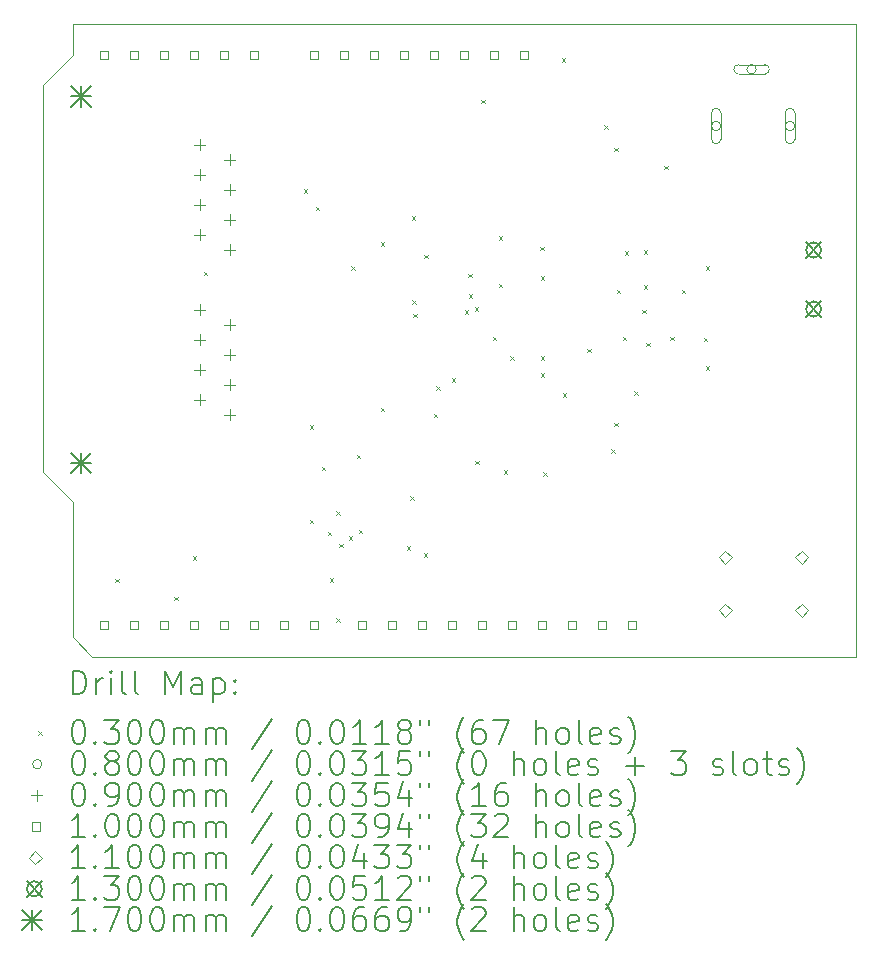
<source format=gbr>
%TF.GenerationSoftware,KiCad,Pcbnew,8.0.2*%
%TF.CreationDate,2024-05-09T00:28:00-05:00*%
%TF.ProjectId,Uno_R4_LCC_Shield,556e6f5f-5234-45f4-9c43-435f53686965,rev?*%
%TF.SameCoordinates,Original*%
%TF.FileFunction,Drillmap*%
%TF.FilePolarity,Positive*%
%FSLAX45Y45*%
G04 Gerber Fmt 4.5, Leading zero omitted, Abs format (unit mm)*
G04 Created by KiCad (PCBNEW 8.0.2) date 2024-05-09 00:28:00*
%MOMM*%
%LPD*%
G01*
G04 APERTURE LIST*
%ADD10C,0.120000*%
%ADD11C,0.200000*%
%ADD12C,0.100000*%
%ADD13C,0.110000*%
%ADD14C,0.130000*%
%ADD15C,0.170000*%
G04 APERTURE END LIST*
D10*
X9673000Y-2654000D02*
X9673000Y-5931000D01*
X9673000Y-5931000D02*
X9927000Y-6185000D01*
X9927000Y-2133000D02*
X9927000Y-2400000D01*
X9927000Y-2400000D02*
X9673000Y-2654000D01*
X9927000Y-6185000D02*
X9927000Y-7328000D01*
X9927000Y-7328000D02*
X10092000Y-7493000D01*
X10092000Y-7493000D02*
X16557000Y-7493000D01*
X16557000Y-2133000D02*
X9927000Y-2133000D01*
X16557000Y-7493000D02*
X16557000Y-2133000D01*
D11*
D12*
X10285000Y-6835000D02*
X10315000Y-6865000D01*
X10315000Y-6835000D02*
X10285000Y-6865000D01*
X10785000Y-6985000D02*
X10815000Y-7015000D01*
X10815000Y-6985000D02*
X10785000Y-7015000D01*
X10945228Y-6643079D02*
X10975228Y-6673079D01*
X10975228Y-6643079D02*
X10945228Y-6673079D01*
X11035000Y-4235000D02*
X11065000Y-4265000D01*
X11065000Y-4235000D02*
X11035000Y-4265000D01*
X11885000Y-3535000D02*
X11915000Y-3565000D01*
X11915000Y-3535000D02*
X11885000Y-3565000D01*
X11935000Y-5535000D02*
X11965000Y-5565000D01*
X11965000Y-5535000D02*
X11935000Y-5565000D01*
X11935000Y-6335000D02*
X11965000Y-6365000D01*
X11965000Y-6335000D02*
X11935000Y-6365000D01*
X11985000Y-3685000D02*
X12015000Y-3715000D01*
X12015000Y-3685000D02*
X11985000Y-3715000D01*
X12035000Y-5885000D02*
X12065000Y-5915000D01*
X12065000Y-5885000D02*
X12035000Y-5915000D01*
X12085000Y-6435000D02*
X12115000Y-6465000D01*
X12115000Y-6435000D02*
X12085000Y-6465000D01*
X12103899Y-6827913D02*
X12133899Y-6857913D01*
X12133899Y-6827913D02*
X12103899Y-6857913D01*
X12156051Y-7168958D02*
X12186051Y-7198958D01*
X12186051Y-7168958D02*
X12156051Y-7198958D01*
X12158300Y-6261700D02*
X12188300Y-6291700D01*
X12188300Y-6261700D02*
X12158300Y-6291700D01*
X12185000Y-6535000D02*
X12215000Y-6565000D01*
X12215000Y-6535000D02*
X12185000Y-6565000D01*
X12263200Y-6473780D02*
X12293200Y-6503780D01*
X12293200Y-6473780D02*
X12263200Y-6503780D01*
X12285000Y-4185000D02*
X12315000Y-4215000D01*
X12315000Y-4185000D02*
X12285000Y-4215000D01*
X12333500Y-5783500D02*
X12363500Y-5813500D01*
X12363500Y-5783500D02*
X12333500Y-5813500D01*
X12350600Y-6417860D02*
X12380600Y-6447860D01*
X12380600Y-6417860D02*
X12350600Y-6447860D01*
X12535000Y-3985000D02*
X12565000Y-4015000D01*
X12565000Y-3985000D02*
X12535000Y-4015000D01*
X12535000Y-5385000D02*
X12565000Y-5415000D01*
X12565000Y-5385000D02*
X12535000Y-5415000D01*
X12754135Y-6557006D02*
X12784135Y-6587006D01*
X12784135Y-6557006D02*
X12754135Y-6587006D01*
X12785000Y-6135000D02*
X12815000Y-6165000D01*
X12815000Y-6135000D02*
X12785000Y-6165000D01*
X12798755Y-3765954D02*
X12828755Y-3795954D01*
X12828755Y-3765954D02*
X12798755Y-3795954D01*
X12800557Y-4474795D02*
X12830557Y-4504795D01*
X12830557Y-4474795D02*
X12800557Y-4504795D01*
X12811300Y-4589690D02*
X12841300Y-4619690D01*
X12841300Y-4589690D02*
X12811300Y-4619690D01*
X12898400Y-6618750D02*
X12928400Y-6648750D01*
X12928400Y-6618750D02*
X12898400Y-6648750D01*
X12901600Y-4088360D02*
X12931600Y-4118360D01*
X12931600Y-4088360D02*
X12901600Y-4118360D01*
X12985000Y-5435000D02*
X13015000Y-5465000D01*
X13015000Y-5435000D02*
X12985000Y-5465000D01*
X13002900Y-5202670D02*
X13032900Y-5232670D01*
X13032900Y-5202670D02*
X13002900Y-5232670D01*
X13135000Y-5135000D02*
X13165000Y-5165000D01*
X13165000Y-5135000D02*
X13135000Y-5165000D01*
X13245000Y-4561050D02*
X13275000Y-4591050D01*
X13275000Y-4561050D02*
X13245000Y-4591050D01*
X13278200Y-4249080D02*
X13308200Y-4279080D01*
X13308200Y-4249080D02*
X13278200Y-4279080D01*
X13280600Y-4425300D02*
X13310600Y-4455300D01*
X13310600Y-4425300D02*
X13280600Y-4455300D01*
X13331400Y-4536230D02*
X13361400Y-4566230D01*
X13361400Y-4536230D02*
X13331400Y-4566230D01*
X13335000Y-5835000D02*
X13365000Y-5865000D01*
X13365000Y-5835000D02*
X13335000Y-5865000D01*
X13384482Y-2779461D02*
X13414482Y-2809461D01*
X13414482Y-2779461D02*
X13384482Y-2809461D01*
X13485000Y-4785000D02*
X13515000Y-4815000D01*
X13515000Y-4785000D02*
X13485000Y-4815000D01*
X13535000Y-3935000D02*
X13565000Y-3965000D01*
X13565000Y-3935000D02*
X13535000Y-3965000D01*
X13535000Y-4335000D02*
X13565000Y-4365000D01*
X13565000Y-4335000D02*
X13535000Y-4365000D01*
X13576400Y-5915790D02*
X13606400Y-5945790D01*
X13606400Y-5915790D02*
X13576400Y-5945790D01*
X13630900Y-4947430D02*
X13660900Y-4977430D01*
X13660900Y-4947430D02*
X13630900Y-4977430D01*
X13886600Y-4022670D02*
X13916600Y-4052670D01*
X13916600Y-4022670D02*
X13886600Y-4052670D01*
X13891500Y-4271410D02*
X13921500Y-4301410D01*
X13921500Y-4271410D02*
X13891500Y-4301410D01*
X13891500Y-4947430D02*
X13921500Y-4977430D01*
X13921500Y-4947430D02*
X13891500Y-4977430D01*
X13891639Y-5093663D02*
X13921639Y-5123663D01*
X13921639Y-5093663D02*
X13891639Y-5123663D01*
X13908700Y-5931210D02*
X13938700Y-5961210D01*
X13938700Y-5931210D02*
X13908700Y-5961210D01*
X14068885Y-2427273D02*
X14098885Y-2457273D01*
X14098885Y-2427273D02*
X14068885Y-2457273D01*
X14077500Y-5264690D02*
X14107500Y-5294690D01*
X14107500Y-5264690D02*
X14077500Y-5294690D01*
X14285000Y-4885000D02*
X14315000Y-4915000D01*
X14315000Y-4885000D02*
X14285000Y-4915000D01*
X14427700Y-2992300D02*
X14457700Y-3022300D01*
X14457700Y-2992300D02*
X14427700Y-3022300D01*
X14485000Y-5735000D02*
X14515000Y-5765000D01*
X14515000Y-5735000D02*
X14485000Y-5765000D01*
X14510300Y-3185000D02*
X14540300Y-3215000D01*
X14540300Y-3185000D02*
X14510300Y-3215000D01*
X14513503Y-5513853D02*
X14543503Y-5543853D01*
X14543503Y-5513853D02*
X14513503Y-5543853D01*
X14535000Y-4385000D02*
X14565000Y-4415000D01*
X14565000Y-4385000D02*
X14535000Y-4415000D01*
X14585000Y-4785000D02*
X14615000Y-4815000D01*
X14615000Y-4785000D02*
X14585000Y-4815000D01*
X14599300Y-4058150D02*
X14629300Y-4088150D01*
X14629300Y-4058150D02*
X14599300Y-4088150D01*
X14682200Y-5246320D02*
X14712200Y-5276320D01*
X14712200Y-5246320D02*
X14682200Y-5276320D01*
X14749900Y-4554110D02*
X14779900Y-4584110D01*
X14779900Y-4554110D02*
X14749900Y-4584110D01*
X14760500Y-4349650D02*
X14790500Y-4379650D01*
X14790500Y-4349650D02*
X14760500Y-4379650D01*
X14760530Y-4050760D02*
X14790530Y-4080760D01*
X14790530Y-4050760D02*
X14760530Y-4080760D01*
X14785000Y-4835000D02*
X14815000Y-4865000D01*
X14815000Y-4835000D02*
X14785000Y-4865000D01*
X14935000Y-3335000D02*
X14965000Y-3365000D01*
X14965000Y-3335000D02*
X14935000Y-3365000D01*
X14985000Y-4785000D02*
X15015000Y-4815000D01*
X15015000Y-4785000D02*
X14985000Y-4815000D01*
X15085000Y-4385000D02*
X15115000Y-4415000D01*
X15115000Y-4385000D02*
X15085000Y-4415000D01*
X15268800Y-4791180D02*
X15298800Y-4821180D01*
X15298800Y-4791180D02*
X15268800Y-4821180D01*
X15285000Y-4185000D02*
X15315000Y-4215000D01*
X15315000Y-4185000D02*
X15285000Y-4215000D01*
X15285000Y-5035000D02*
X15315000Y-5065000D01*
X15315000Y-5035000D02*
X15285000Y-5065000D01*
X15415000Y-3000000D02*
G75*
G02*
X15335000Y-3000000I-40000J0D01*
G01*
X15335000Y-3000000D02*
G75*
G02*
X15415000Y-3000000I40000J0D01*
G01*
X15415000Y-3110000D02*
X15415000Y-2890000D01*
X15335000Y-2890000D02*
G75*
G02*
X15415000Y-2890000I40000J0D01*
G01*
X15335000Y-2890000D02*
X15335000Y-3110000D01*
X15335000Y-3110000D02*
G75*
G03*
X15415000Y-3110000I40000J0D01*
G01*
X15715000Y-2520000D02*
G75*
G02*
X15635000Y-2520000I-40000J0D01*
G01*
X15635000Y-2520000D02*
G75*
G02*
X15715000Y-2520000I40000J0D01*
G01*
X15565000Y-2560000D02*
X15785000Y-2560000D01*
X15785000Y-2480000D02*
G75*
G02*
X15785000Y-2560000I0J-40000D01*
G01*
X15785000Y-2480000D02*
X15565000Y-2480000D01*
X15565000Y-2480000D02*
G75*
G03*
X15565000Y-2560000I0J-40000D01*
G01*
X16040000Y-3000000D02*
G75*
G02*
X15960000Y-3000000I-40000J0D01*
G01*
X15960000Y-3000000D02*
G75*
G02*
X16040000Y-3000000I40000J0D01*
G01*
X16040000Y-3110000D02*
X16040000Y-2890000D01*
X15960000Y-2890000D02*
G75*
G02*
X16040000Y-2890000I40000J0D01*
G01*
X15960000Y-2890000D02*
X15960000Y-3110000D01*
X15960000Y-3110000D02*
G75*
G03*
X16040000Y-3110000I40000J0D01*
G01*
X11003000Y-3112000D02*
X11003000Y-3202000D01*
X10958000Y-3157000D02*
X11048000Y-3157000D01*
X11003000Y-3366000D02*
X11003000Y-3456000D01*
X10958000Y-3411000D02*
X11048000Y-3411000D01*
X11003000Y-3620000D02*
X11003000Y-3710000D01*
X10958000Y-3665000D02*
X11048000Y-3665000D01*
X11003000Y-3874000D02*
X11003000Y-3964000D01*
X10958000Y-3919000D02*
X11048000Y-3919000D01*
X11003000Y-4509000D02*
X11003000Y-4599000D01*
X10958000Y-4554000D02*
X11048000Y-4554000D01*
X11003000Y-4763000D02*
X11003000Y-4853000D01*
X10958000Y-4808000D02*
X11048000Y-4808000D01*
X11003000Y-5017000D02*
X11003000Y-5107000D01*
X10958000Y-5062000D02*
X11048000Y-5062000D01*
X11003000Y-5271000D02*
X11003000Y-5361000D01*
X10958000Y-5316000D02*
X11048000Y-5316000D01*
X11257000Y-3239000D02*
X11257000Y-3329000D01*
X11212000Y-3284000D02*
X11302000Y-3284000D01*
X11257000Y-3493000D02*
X11257000Y-3583000D01*
X11212000Y-3538000D02*
X11302000Y-3538000D01*
X11257000Y-3747000D02*
X11257000Y-3837000D01*
X11212000Y-3792000D02*
X11302000Y-3792000D01*
X11257000Y-4001000D02*
X11257000Y-4091000D01*
X11212000Y-4046000D02*
X11302000Y-4046000D01*
X11257000Y-4636000D02*
X11257000Y-4726000D01*
X11212000Y-4681000D02*
X11302000Y-4681000D01*
X11257000Y-4890000D02*
X11257000Y-4980000D01*
X11212000Y-4935000D02*
X11302000Y-4935000D01*
X11257000Y-5144000D02*
X11257000Y-5234000D01*
X11212000Y-5189000D02*
X11302000Y-5189000D01*
X11257000Y-5398000D02*
X11257000Y-5488000D01*
X11212000Y-5443000D02*
X11302000Y-5443000D01*
X10229356Y-2435356D02*
X10229356Y-2364644D01*
X10158644Y-2364644D01*
X10158644Y-2435356D01*
X10229356Y-2435356D01*
X10229356Y-7261356D02*
X10229356Y-7190644D01*
X10158644Y-7190644D01*
X10158644Y-7261356D01*
X10229356Y-7261356D01*
X10483356Y-2435356D02*
X10483356Y-2364644D01*
X10412644Y-2364644D01*
X10412644Y-2435356D01*
X10483356Y-2435356D01*
X10483356Y-7261356D02*
X10483356Y-7190644D01*
X10412644Y-7190644D01*
X10412644Y-7261356D01*
X10483356Y-7261356D01*
X10737356Y-2435356D02*
X10737356Y-2364644D01*
X10666644Y-2364644D01*
X10666644Y-2435356D01*
X10737356Y-2435356D01*
X10737356Y-7261356D02*
X10737356Y-7190644D01*
X10666644Y-7190644D01*
X10666644Y-7261356D01*
X10737356Y-7261356D01*
X10991356Y-2435356D02*
X10991356Y-2364644D01*
X10920644Y-2364644D01*
X10920644Y-2435356D01*
X10991356Y-2435356D01*
X10991356Y-7261356D02*
X10991356Y-7190644D01*
X10920644Y-7190644D01*
X10920644Y-7261356D01*
X10991356Y-7261356D01*
X11245356Y-2435356D02*
X11245356Y-2364644D01*
X11174644Y-2364644D01*
X11174644Y-2435356D01*
X11245356Y-2435356D01*
X11245356Y-7261356D02*
X11245356Y-7190644D01*
X11174644Y-7190644D01*
X11174644Y-7261356D01*
X11245356Y-7261356D01*
X11499356Y-2435356D02*
X11499356Y-2364644D01*
X11428644Y-2364644D01*
X11428644Y-2435356D01*
X11499356Y-2435356D01*
X11499356Y-7261356D02*
X11499356Y-7190644D01*
X11428644Y-7190644D01*
X11428644Y-7261356D01*
X11499356Y-7261356D01*
X11753356Y-7261356D02*
X11753356Y-7190644D01*
X11682644Y-7190644D01*
X11682644Y-7261356D01*
X11753356Y-7261356D01*
X12007356Y-2435356D02*
X12007356Y-2364644D01*
X11936644Y-2364644D01*
X11936644Y-2435356D01*
X12007356Y-2435356D01*
X12007356Y-7261356D02*
X12007356Y-7190644D01*
X11936644Y-7190644D01*
X11936644Y-7261356D01*
X12007356Y-7261356D01*
X12261356Y-2435356D02*
X12261356Y-2364644D01*
X12190644Y-2364644D01*
X12190644Y-2435356D01*
X12261356Y-2435356D01*
X12413356Y-7261356D02*
X12413356Y-7190644D01*
X12342644Y-7190644D01*
X12342644Y-7261356D01*
X12413356Y-7261356D01*
X12515356Y-2435356D02*
X12515356Y-2364644D01*
X12444644Y-2364644D01*
X12444644Y-2435356D01*
X12515356Y-2435356D01*
X12667356Y-7261356D02*
X12667356Y-7190644D01*
X12596644Y-7190644D01*
X12596644Y-7261356D01*
X12667356Y-7261356D01*
X12769356Y-2435356D02*
X12769356Y-2364644D01*
X12698644Y-2364644D01*
X12698644Y-2435356D01*
X12769356Y-2435356D01*
X12921356Y-7261356D02*
X12921356Y-7190644D01*
X12850644Y-7190644D01*
X12850644Y-7261356D01*
X12921356Y-7261356D01*
X13023356Y-2435356D02*
X13023356Y-2364644D01*
X12952644Y-2364644D01*
X12952644Y-2435356D01*
X13023356Y-2435356D01*
X13175356Y-7261356D02*
X13175356Y-7190644D01*
X13104644Y-7190644D01*
X13104644Y-7261356D01*
X13175356Y-7261356D01*
X13277356Y-2435356D02*
X13277356Y-2364644D01*
X13206644Y-2364644D01*
X13206644Y-2435356D01*
X13277356Y-2435356D01*
X13429356Y-7261356D02*
X13429356Y-7190644D01*
X13358644Y-7190644D01*
X13358644Y-7261356D01*
X13429356Y-7261356D01*
X13531356Y-2435356D02*
X13531356Y-2364644D01*
X13460644Y-2364644D01*
X13460644Y-2435356D01*
X13531356Y-2435356D01*
X13683356Y-7261356D02*
X13683356Y-7190644D01*
X13612644Y-7190644D01*
X13612644Y-7261356D01*
X13683356Y-7261356D01*
X13785356Y-2435356D02*
X13785356Y-2364644D01*
X13714644Y-2364644D01*
X13714644Y-2435356D01*
X13785356Y-2435356D01*
X13937356Y-7261356D02*
X13937356Y-7190644D01*
X13866644Y-7190644D01*
X13866644Y-7261356D01*
X13937356Y-7261356D01*
X14191356Y-7261356D02*
X14191356Y-7190644D01*
X14120644Y-7190644D01*
X14120644Y-7261356D01*
X14191356Y-7261356D01*
X14445356Y-7261356D02*
X14445356Y-7190644D01*
X14374644Y-7190644D01*
X14374644Y-7261356D01*
X14445356Y-7261356D01*
X14699356Y-7261356D02*
X14699356Y-7190644D01*
X14628644Y-7190644D01*
X14628644Y-7261356D01*
X14699356Y-7261356D01*
D13*
X15450000Y-6705000D02*
X15505000Y-6650000D01*
X15450000Y-6595000D01*
X15395000Y-6650000D01*
X15450000Y-6705000D01*
X15450000Y-7155000D02*
X15505000Y-7100000D01*
X15450000Y-7045000D01*
X15395000Y-7100000D01*
X15450000Y-7155000D01*
X16100000Y-6705000D02*
X16155000Y-6650000D01*
X16100000Y-6595000D01*
X16045000Y-6650000D01*
X16100000Y-6705000D01*
X16100000Y-7155000D02*
X16155000Y-7100000D01*
X16100000Y-7045000D01*
X16045000Y-7100000D01*
X16100000Y-7155000D01*
D14*
X16135000Y-3985000D02*
X16265000Y-4115000D01*
X16265000Y-3985000D02*
X16135000Y-4115000D01*
X16265000Y-4050000D02*
G75*
G02*
X16135000Y-4050000I-65000J0D01*
G01*
X16135000Y-4050000D02*
G75*
G02*
X16265000Y-4050000I65000J0D01*
G01*
X16135000Y-4485000D02*
X16265000Y-4615000D01*
X16265000Y-4485000D02*
X16135000Y-4615000D01*
X16265000Y-4550000D02*
G75*
G02*
X16135000Y-4550000I-65000J0D01*
G01*
X16135000Y-4550000D02*
G75*
G02*
X16265000Y-4550000I65000J0D01*
G01*
D15*
X9915000Y-2665000D02*
X10085000Y-2835000D01*
X10085000Y-2665000D02*
X9915000Y-2835000D01*
X10000000Y-2665000D02*
X10000000Y-2835000D01*
X9915000Y-2750000D02*
X10085000Y-2750000D01*
X9915000Y-5765000D02*
X10085000Y-5935000D01*
X10085000Y-5765000D02*
X9915000Y-5935000D01*
X10000000Y-5765000D02*
X10000000Y-5935000D01*
X9915000Y-5850000D02*
X10085000Y-5850000D01*
D11*
X9927777Y-7810484D02*
X9927777Y-7610484D01*
X9927777Y-7610484D02*
X9975396Y-7610484D01*
X9975396Y-7610484D02*
X10003967Y-7620008D01*
X10003967Y-7620008D02*
X10023015Y-7639055D01*
X10023015Y-7639055D02*
X10032539Y-7658103D01*
X10032539Y-7658103D02*
X10042063Y-7696198D01*
X10042063Y-7696198D02*
X10042063Y-7724769D01*
X10042063Y-7724769D02*
X10032539Y-7762865D01*
X10032539Y-7762865D02*
X10023015Y-7781912D01*
X10023015Y-7781912D02*
X10003967Y-7800960D01*
X10003967Y-7800960D02*
X9975396Y-7810484D01*
X9975396Y-7810484D02*
X9927777Y-7810484D01*
X10127777Y-7810484D02*
X10127777Y-7677150D01*
X10127777Y-7715246D02*
X10137301Y-7696198D01*
X10137301Y-7696198D02*
X10146824Y-7686674D01*
X10146824Y-7686674D02*
X10165872Y-7677150D01*
X10165872Y-7677150D02*
X10184920Y-7677150D01*
X10251586Y-7810484D02*
X10251586Y-7677150D01*
X10251586Y-7610484D02*
X10242063Y-7620008D01*
X10242063Y-7620008D02*
X10251586Y-7629531D01*
X10251586Y-7629531D02*
X10261110Y-7620008D01*
X10261110Y-7620008D02*
X10251586Y-7610484D01*
X10251586Y-7610484D02*
X10251586Y-7629531D01*
X10375396Y-7810484D02*
X10356348Y-7800960D01*
X10356348Y-7800960D02*
X10346824Y-7781912D01*
X10346824Y-7781912D02*
X10346824Y-7610484D01*
X10480158Y-7810484D02*
X10461110Y-7800960D01*
X10461110Y-7800960D02*
X10451586Y-7781912D01*
X10451586Y-7781912D02*
X10451586Y-7610484D01*
X10708729Y-7810484D02*
X10708729Y-7610484D01*
X10708729Y-7610484D02*
X10775396Y-7753341D01*
X10775396Y-7753341D02*
X10842063Y-7610484D01*
X10842063Y-7610484D02*
X10842063Y-7810484D01*
X11023015Y-7810484D02*
X11023015Y-7705722D01*
X11023015Y-7705722D02*
X11013491Y-7686674D01*
X11013491Y-7686674D02*
X10994444Y-7677150D01*
X10994444Y-7677150D02*
X10956348Y-7677150D01*
X10956348Y-7677150D02*
X10937301Y-7686674D01*
X11023015Y-7800960D02*
X11003967Y-7810484D01*
X11003967Y-7810484D02*
X10956348Y-7810484D01*
X10956348Y-7810484D02*
X10937301Y-7800960D01*
X10937301Y-7800960D02*
X10927777Y-7781912D01*
X10927777Y-7781912D02*
X10927777Y-7762865D01*
X10927777Y-7762865D02*
X10937301Y-7743817D01*
X10937301Y-7743817D02*
X10956348Y-7734293D01*
X10956348Y-7734293D02*
X11003967Y-7734293D01*
X11003967Y-7734293D02*
X11023015Y-7724769D01*
X11118253Y-7677150D02*
X11118253Y-7877150D01*
X11118253Y-7686674D02*
X11137301Y-7677150D01*
X11137301Y-7677150D02*
X11175396Y-7677150D01*
X11175396Y-7677150D02*
X11194443Y-7686674D01*
X11194443Y-7686674D02*
X11203967Y-7696198D01*
X11203967Y-7696198D02*
X11213491Y-7715246D01*
X11213491Y-7715246D02*
X11213491Y-7772388D01*
X11213491Y-7772388D02*
X11203967Y-7791436D01*
X11203967Y-7791436D02*
X11194443Y-7800960D01*
X11194443Y-7800960D02*
X11175396Y-7810484D01*
X11175396Y-7810484D02*
X11137301Y-7810484D01*
X11137301Y-7810484D02*
X11118253Y-7800960D01*
X11299205Y-7791436D02*
X11308729Y-7800960D01*
X11308729Y-7800960D02*
X11299205Y-7810484D01*
X11299205Y-7810484D02*
X11289682Y-7800960D01*
X11289682Y-7800960D02*
X11299205Y-7791436D01*
X11299205Y-7791436D02*
X11299205Y-7810484D01*
X11299205Y-7686674D02*
X11308729Y-7696198D01*
X11308729Y-7696198D02*
X11299205Y-7705722D01*
X11299205Y-7705722D02*
X11289682Y-7696198D01*
X11289682Y-7696198D02*
X11299205Y-7686674D01*
X11299205Y-7686674D02*
X11299205Y-7705722D01*
D12*
X9637000Y-8124000D02*
X9667000Y-8154000D01*
X9667000Y-8124000D02*
X9637000Y-8154000D01*
D11*
X9965872Y-8030484D02*
X9984920Y-8030484D01*
X9984920Y-8030484D02*
X10003967Y-8040008D01*
X10003967Y-8040008D02*
X10013491Y-8049531D01*
X10013491Y-8049531D02*
X10023015Y-8068579D01*
X10023015Y-8068579D02*
X10032539Y-8106674D01*
X10032539Y-8106674D02*
X10032539Y-8154293D01*
X10032539Y-8154293D02*
X10023015Y-8192388D01*
X10023015Y-8192388D02*
X10013491Y-8211436D01*
X10013491Y-8211436D02*
X10003967Y-8220960D01*
X10003967Y-8220960D02*
X9984920Y-8230484D01*
X9984920Y-8230484D02*
X9965872Y-8230484D01*
X9965872Y-8230484D02*
X9946824Y-8220960D01*
X9946824Y-8220960D02*
X9937301Y-8211436D01*
X9937301Y-8211436D02*
X9927777Y-8192388D01*
X9927777Y-8192388D02*
X9918253Y-8154293D01*
X9918253Y-8154293D02*
X9918253Y-8106674D01*
X9918253Y-8106674D02*
X9927777Y-8068579D01*
X9927777Y-8068579D02*
X9937301Y-8049531D01*
X9937301Y-8049531D02*
X9946824Y-8040008D01*
X9946824Y-8040008D02*
X9965872Y-8030484D01*
X10118253Y-8211436D02*
X10127777Y-8220960D01*
X10127777Y-8220960D02*
X10118253Y-8230484D01*
X10118253Y-8230484D02*
X10108729Y-8220960D01*
X10108729Y-8220960D02*
X10118253Y-8211436D01*
X10118253Y-8211436D02*
X10118253Y-8230484D01*
X10194444Y-8030484D02*
X10318253Y-8030484D01*
X10318253Y-8030484D02*
X10251586Y-8106674D01*
X10251586Y-8106674D02*
X10280158Y-8106674D01*
X10280158Y-8106674D02*
X10299205Y-8116198D01*
X10299205Y-8116198D02*
X10308729Y-8125722D01*
X10308729Y-8125722D02*
X10318253Y-8144769D01*
X10318253Y-8144769D02*
X10318253Y-8192388D01*
X10318253Y-8192388D02*
X10308729Y-8211436D01*
X10308729Y-8211436D02*
X10299205Y-8220960D01*
X10299205Y-8220960D02*
X10280158Y-8230484D01*
X10280158Y-8230484D02*
X10223015Y-8230484D01*
X10223015Y-8230484D02*
X10203967Y-8220960D01*
X10203967Y-8220960D02*
X10194444Y-8211436D01*
X10442063Y-8030484D02*
X10461110Y-8030484D01*
X10461110Y-8030484D02*
X10480158Y-8040008D01*
X10480158Y-8040008D02*
X10489682Y-8049531D01*
X10489682Y-8049531D02*
X10499205Y-8068579D01*
X10499205Y-8068579D02*
X10508729Y-8106674D01*
X10508729Y-8106674D02*
X10508729Y-8154293D01*
X10508729Y-8154293D02*
X10499205Y-8192388D01*
X10499205Y-8192388D02*
X10489682Y-8211436D01*
X10489682Y-8211436D02*
X10480158Y-8220960D01*
X10480158Y-8220960D02*
X10461110Y-8230484D01*
X10461110Y-8230484D02*
X10442063Y-8230484D01*
X10442063Y-8230484D02*
X10423015Y-8220960D01*
X10423015Y-8220960D02*
X10413491Y-8211436D01*
X10413491Y-8211436D02*
X10403967Y-8192388D01*
X10403967Y-8192388D02*
X10394444Y-8154293D01*
X10394444Y-8154293D02*
X10394444Y-8106674D01*
X10394444Y-8106674D02*
X10403967Y-8068579D01*
X10403967Y-8068579D02*
X10413491Y-8049531D01*
X10413491Y-8049531D02*
X10423015Y-8040008D01*
X10423015Y-8040008D02*
X10442063Y-8030484D01*
X10632539Y-8030484D02*
X10651586Y-8030484D01*
X10651586Y-8030484D02*
X10670634Y-8040008D01*
X10670634Y-8040008D02*
X10680158Y-8049531D01*
X10680158Y-8049531D02*
X10689682Y-8068579D01*
X10689682Y-8068579D02*
X10699205Y-8106674D01*
X10699205Y-8106674D02*
X10699205Y-8154293D01*
X10699205Y-8154293D02*
X10689682Y-8192388D01*
X10689682Y-8192388D02*
X10680158Y-8211436D01*
X10680158Y-8211436D02*
X10670634Y-8220960D01*
X10670634Y-8220960D02*
X10651586Y-8230484D01*
X10651586Y-8230484D02*
X10632539Y-8230484D01*
X10632539Y-8230484D02*
X10613491Y-8220960D01*
X10613491Y-8220960D02*
X10603967Y-8211436D01*
X10603967Y-8211436D02*
X10594444Y-8192388D01*
X10594444Y-8192388D02*
X10584920Y-8154293D01*
X10584920Y-8154293D02*
X10584920Y-8106674D01*
X10584920Y-8106674D02*
X10594444Y-8068579D01*
X10594444Y-8068579D02*
X10603967Y-8049531D01*
X10603967Y-8049531D02*
X10613491Y-8040008D01*
X10613491Y-8040008D02*
X10632539Y-8030484D01*
X10784920Y-8230484D02*
X10784920Y-8097150D01*
X10784920Y-8116198D02*
X10794444Y-8106674D01*
X10794444Y-8106674D02*
X10813491Y-8097150D01*
X10813491Y-8097150D02*
X10842063Y-8097150D01*
X10842063Y-8097150D02*
X10861110Y-8106674D01*
X10861110Y-8106674D02*
X10870634Y-8125722D01*
X10870634Y-8125722D02*
X10870634Y-8230484D01*
X10870634Y-8125722D02*
X10880158Y-8106674D01*
X10880158Y-8106674D02*
X10899205Y-8097150D01*
X10899205Y-8097150D02*
X10927777Y-8097150D01*
X10927777Y-8097150D02*
X10946825Y-8106674D01*
X10946825Y-8106674D02*
X10956348Y-8125722D01*
X10956348Y-8125722D02*
X10956348Y-8230484D01*
X11051586Y-8230484D02*
X11051586Y-8097150D01*
X11051586Y-8116198D02*
X11061110Y-8106674D01*
X11061110Y-8106674D02*
X11080158Y-8097150D01*
X11080158Y-8097150D02*
X11108729Y-8097150D01*
X11108729Y-8097150D02*
X11127777Y-8106674D01*
X11127777Y-8106674D02*
X11137301Y-8125722D01*
X11137301Y-8125722D02*
X11137301Y-8230484D01*
X11137301Y-8125722D02*
X11146825Y-8106674D01*
X11146825Y-8106674D02*
X11165872Y-8097150D01*
X11165872Y-8097150D02*
X11194443Y-8097150D01*
X11194443Y-8097150D02*
X11213491Y-8106674D01*
X11213491Y-8106674D02*
X11223015Y-8125722D01*
X11223015Y-8125722D02*
X11223015Y-8230484D01*
X11613491Y-8020960D02*
X11442063Y-8278103D01*
X11870634Y-8030484D02*
X11889682Y-8030484D01*
X11889682Y-8030484D02*
X11908729Y-8040008D01*
X11908729Y-8040008D02*
X11918253Y-8049531D01*
X11918253Y-8049531D02*
X11927777Y-8068579D01*
X11927777Y-8068579D02*
X11937301Y-8106674D01*
X11937301Y-8106674D02*
X11937301Y-8154293D01*
X11937301Y-8154293D02*
X11927777Y-8192388D01*
X11927777Y-8192388D02*
X11918253Y-8211436D01*
X11918253Y-8211436D02*
X11908729Y-8220960D01*
X11908729Y-8220960D02*
X11889682Y-8230484D01*
X11889682Y-8230484D02*
X11870634Y-8230484D01*
X11870634Y-8230484D02*
X11851586Y-8220960D01*
X11851586Y-8220960D02*
X11842063Y-8211436D01*
X11842063Y-8211436D02*
X11832539Y-8192388D01*
X11832539Y-8192388D02*
X11823015Y-8154293D01*
X11823015Y-8154293D02*
X11823015Y-8106674D01*
X11823015Y-8106674D02*
X11832539Y-8068579D01*
X11832539Y-8068579D02*
X11842063Y-8049531D01*
X11842063Y-8049531D02*
X11851586Y-8040008D01*
X11851586Y-8040008D02*
X11870634Y-8030484D01*
X12023015Y-8211436D02*
X12032539Y-8220960D01*
X12032539Y-8220960D02*
X12023015Y-8230484D01*
X12023015Y-8230484D02*
X12013491Y-8220960D01*
X12013491Y-8220960D02*
X12023015Y-8211436D01*
X12023015Y-8211436D02*
X12023015Y-8230484D01*
X12156348Y-8030484D02*
X12175396Y-8030484D01*
X12175396Y-8030484D02*
X12194444Y-8040008D01*
X12194444Y-8040008D02*
X12203967Y-8049531D01*
X12203967Y-8049531D02*
X12213491Y-8068579D01*
X12213491Y-8068579D02*
X12223015Y-8106674D01*
X12223015Y-8106674D02*
X12223015Y-8154293D01*
X12223015Y-8154293D02*
X12213491Y-8192388D01*
X12213491Y-8192388D02*
X12203967Y-8211436D01*
X12203967Y-8211436D02*
X12194444Y-8220960D01*
X12194444Y-8220960D02*
X12175396Y-8230484D01*
X12175396Y-8230484D02*
X12156348Y-8230484D01*
X12156348Y-8230484D02*
X12137301Y-8220960D01*
X12137301Y-8220960D02*
X12127777Y-8211436D01*
X12127777Y-8211436D02*
X12118253Y-8192388D01*
X12118253Y-8192388D02*
X12108729Y-8154293D01*
X12108729Y-8154293D02*
X12108729Y-8106674D01*
X12108729Y-8106674D02*
X12118253Y-8068579D01*
X12118253Y-8068579D02*
X12127777Y-8049531D01*
X12127777Y-8049531D02*
X12137301Y-8040008D01*
X12137301Y-8040008D02*
X12156348Y-8030484D01*
X12413491Y-8230484D02*
X12299206Y-8230484D01*
X12356348Y-8230484D02*
X12356348Y-8030484D01*
X12356348Y-8030484D02*
X12337301Y-8059055D01*
X12337301Y-8059055D02*
X12318253Y-8078103D01*
X12318253Y-8078103D02*
X12299206Y-8087627D01*
X12603967Y-8230484D02*
X12489682Y-8230484D01*
X12546825Y-8230484D02*
X12546825Y-8030484D01*
X12546825Y-8030484D02*
X12527777Y-8059055D01*
X12527777Y-8059055D02*
X12508729Y-8078103D01*
X12508729Y-8078103D02*
X12489682Y-8087627D01*
X12718253Y-8116198D02*
X12699206Y-8106674D01*
X12699206Y-8106674D02*
X12689682Y-8097150D01*
X12689682Y-8097150D02*
X12680158Y-8078103D01*
X12680158Y-8078103D02*
X12680158Y-8068579D01*
X12680158Y-8068579D02*
X12689682Y-8049531D01*
X12689682Y-8049531D02*
X12699206Y-8040008D01*
X12699206Y-8040008D02*
X12718253Y-8030484D01*
X12718253Y-8030484D02*
X12756348Y-8030484D01*
X12756348Y-8030484D02*
X12775396Y-8040008D01*
X12775396Y-8040008D02*
X12784920Y-8049531D01*
X12784920Y-8049531D02*
X12794444Y-8068579D01*
X12794444Y-8068579D02*
X12794444Y-8078103D01*
X12794444Y-8078103D02*
X12784920Y-8097150D01*
X12784920Y-8097150D02*
X12775396Y-8106674D01*
X12775396Y-8106674D02*
X12756348Y-8116198D01*
X12756348Y-8116198D02*
X12718253Y-8116198D01*
X12718253Y-8116198D02*
X12699206Y-8125722D01*
X12699206Y-8125722D02*
X12689682Y-8135246D01*
X12689682Y-8135246D02*
X12680158Y-8154293D01*
X12680158Y-8154293D02*
X12680158Y-8192388D01*
X12680158Y-8192388D02*
X12689682Y-8211436D01*
X12689682Y-8211436D02*
X12699206Y-8220960D01*
X12699206Y-8220960D02*
X12718253Y-8230484D01*
X12718253Y-8230484D02*
X12756348Y-8230484D01*
X12756348Y-8230484D02*
X12775396Y-8220960D01*
X12775396Y-8220960D02*
X12784920Y-8211436D01*
X12784920Y-8211436D02*
X12794444Y-8192388D01*
X12794444Y-8192388D02*
X12794444Y-8154293D01*
X12794444Y-8154293D02*
X12784920Y-8135246D01*
X12784920Y-8135246D02*
X12775396Y-8125722D01*
X12775396Y-8125722D02*
X12756348Y-8116198D01*
X12870634Y-8030484D02*
X12870634Y-8068579D01*
X12946825Y-8030484D02*
X12946825Y-8068579D01*
X13242063Y-8306674D02*
X13232539Y-8297150D01*
X13232539Y-8297150D02*
X13213491Y-8268579D01*
X13213491Y-8268579D02*
X13203968Y-8249531D01*
X13203968Y-8249531D02*
X13194444Y-8220960D01*
X13194444Y-8220960D02*
X13184920Y-8173341D01*
X13184920Y-8173341D02*
X13184920Y-8135246D01*
X13184920Y-8135246D02*
X13194444Y-8087627D01*
X13194444Y-8087627D02*
X13203968Y-8059055D01*
X13203968Y-8059055D02*
X13213491Y-8040008D01*
X13213491Y-8040008D02*
X13232539Y-8011436D01*
X13232539Y-8011436D02*
X13242063Y-8001912D01*
X13403968Y-8030484D02*
X13365872Y-8030484D01*
X13365872Y-8030484D02*
X13346825Y-8040008D01*
X13346825Y-8040008D02*
X13337301Y-8049531D01*
X13337301Y-8049531D02*
X13318253Y-8078103D01*
X13318253Y-8078103D02*
X13308729Y-8116198D01*
X13308729Y-8116198D02*
X13308729Y-8192388D01*
X13308729Y-8192388D02*
X13318253Y-8211436D01*
X13318253Y-8211436D02*
X13327777Y-8220960D01*
X13327777Y-8220960D02*
X13346825Y-8230484D01*
X13346825Y-8230484D02*
X13384920Y-8230484D01*
X13384920Y-8230484D02*
X13403968Y-8220960D01*
X13403968Y-8220960D02*
X13413491Y-8211436D01*
X13413491Y-8211436D02*
X13423015Y-8192388D01*
X13423015Y-8192388D02*
X13423015Y-8144769D01*
X13423015Y-8144769D02*
X13413491Y-8125722D01*
X13413491Y-8125722D02*
X13403968Y-8116198D01*
X13403968Y-8116198D02*
X13384920Y-8106674D01*
X13384920Y-8106674D02*
X13346825Y-8106674D01*
X13346825Y-8106674D02*
X13327777Y-8116198D01*
X13327777Y-8116198D02*
X13318253Y-8125722D01*
X13318253Y-8125722D02*
X13308729Y-8144769D01*
X13489682Y-8030484D02*
X13623015Y-8030484D01*
X13623015Y-8030484D02*
X13537301Y-8230484D01*
X13851587Y-8230484D02*
X13851587Y-8030484D01*
X13937301Y-8230484D02*
X13937301Y-8125722D01*
X13937301Y-8125722D02*
X13927777Y-8106674D01*
X13927777Y-8106674D02*
X13908730Y-8097150D01*
X13908730Y-8097150D02*
X13880158Y-8097150D01*
X13880158Y-8097150D02*
X13861110Y-8106674D01*
X13861110Y-8106674D02*
X13851587Y-8116198D01*
X14061110Y-8230484D02*
X14042063Y-8220960D01*
X14042063Y-8220960D02*
X14032539Y-8211436D01*
X14032539Y-8211436D02*
X14023015Y-8192388D01*
X14023015Y-8192388D02*
X14023015Y-8135246D01*
X14023015Y-8135246D02*
X14032539Y-8116198D01*
X14032539Y-8116198D02*
X14042063Y-8106674D01*
X14042063Y-8106674D02*
X14061110Y-8097150D01*
X14061110Y-8097150D02*
X14089682Y-8097150D01*
X14089682Y-8097150D02*
X14108730Y-8106674D01*
X14108730Y-8106674D02*
X14118253Y-8116198D01*
X14118253Y-8116198D02*
X14127777Y-8135246D01*
X14127777Y-8135246D02*
X14127777Y-8192388D01*
X14127777Y-8192388D02*
X14118253Y-8211436D01*
X14118253Y-8211436D02*
X14108730Y-8220960D01*
X14108730Y-8220960D02*
X14089682Y-8230484D01*
X14089682Y-8230484D02*
X14061110Y-8230484D01*
X14242063Y-8230484D02*
X14223015Y-8220960D01*
X14223015Y-8220960D02*
X14213491Y-8201912D01*
X14213491Y-8201912D02*
X14213491Y-8030484D01*
X14394444Y-8220960D02*
X14375396Y-8230484D01*
X14375396Y-8230484D02*
X14337301Y-8230484D01*
X14337301Y-8230484D02*
X14318253Y-8220960D01*
X14318253Y-8220960D02*
X14308730Y-8201912D01*
X14308730Y-8201912D02*
X14308730Y-8125722D01*
X14308730Y-8125722D02*
X14318253Y-8106674D01*
X14318253Y-8106674D02*
X14337301Y-8097150D01*
X14337301Y-8097150D02*
X14375396Y-8097150D01*
X14375396Y-8097150D02*
X14394444Y-8106674D01*
X14394444Y-8106674D02*
X14403968Y-8125722D01*
X14403968Y-8125722D02*
X14403968Y-8144769D01*
X14403968Y-8144769D02*
X14308730Y-8163817D01*
X14480158Y-8220960D02*
X14499206Y-8230484D01*
X14499206Y-8230484D02*
X14537301Y-8230484D01*
X14537301Y-8230484D02*
X14556349Y-8220960D01*
X14556349Y-8220960D02*
X14565872Y-8201912D01*
X14565872Y-8201912D02*
X14565872Y-8192388D01*
X14565872Y-8192388D02*
X14556349Y-8173341D01*
X14556349Y-8173341D02*
X14537301Y-8163817D01*
X14537301Y-8163817D02*
X14508730Y-8163817D01*
X14508730Y-8163817D02*
X14489682Y-8154293D01*
X14489682Y-8154293D02*
X14480158Y-8135246D01*
X14480158Y-8135246D02*
X14480158Y-8125722D01*
X14480158Y-8125722D02*
X14489682Y-8106674D01*
X14489682Y-8106674D02*
X14508730Y-8097150D01*
X14508730Y-8097150D02*
X14537301Y-8097150D01*
X14537301Y-8097150D02*
X14556349Y-8106674D01*
X14632539Y-8306674D02*
X14642063Y-8297150D01*
X14642063Y-8297150D02*
X14661111Y-8268579D01*
X14661111Y-8268579D02*
X14670634Y-8249531D01*
X14670634Y-8249531D02*
X14680158Y-8220960D01*
X14680158Y-8220960D02*
X14689682Y-8173341D01*
X14689682Y-8173341D02*
X14689682Y-8135246D01*
X14689682Y-8135246D02*
X14680158Y-8087627D01*
X14680158Y-8087627D02*
X14670634Y-8059055D01*
X14670634Y-8059055D02*
X14661111Y-8040008D01*
X14661111Y-8040008D02*
X14642063Y-8011436D01*
X14642063Y-8011436D02*
X14632539Y-8001912D01*
D12*
X9667000Y-8403000D02*
G75*
G02*
X9587000Y-8403000I-40000J0D01*
G01*
X9587000Y-8403000D02*
G75*
G02*
X9667000Y-8403000I40000J0D01*
G01*
D11*
X9965872Y-8294484D02*
X9984920Y-8294484D01*
X9984920Y-8294484D02*
X10003967Y-8304008D01*
X10003967Y-8304008D02*
X10013491Y-8313531D01*
X10013491Y-8313531D02*
X10023015Y-8332579D01*
X10023015Y-8332579D02*
X10032539Y-8370674D01*
X10032539Y-8370674D02*
X10032539Y-8418293D01*
X10032539Y-8418293D02*
X10023015Y-8456389D01*
X10023015Y-8456389D02*
X10013491Y-8475436D01*
X10013491Y-8475436D02*
X10003967Y-8484960D01*
X10003967Y-8484960D02*
X9984920Y-8494484D01*
X9984920Y-8494484D02*
X9965872Y-8494484D01*
X9965872Y-8494484D02*
X9946824Y-8484960D01*
X9946824Y-8484960D02*
X9937301Y-8475436D01*
X9937301Y-8475436D02*
X9927777Y-8456389D01*
X9927777Y-8456389D02*
X9918253Y-8418293D01*
X9918253Y-8418293D02*
X9918253Y-8370674D01*
X9918253Y-8370674D02*
X9927777Y-8332579D01*
X9927777Y-8332579D02*
X9937301Y-8313531D01*
X9937301Y-8313531D02*
X9946824Y-8304008D01*
X9946824Y-8304008D02*
X9965872Y-8294484D01*
X10118253Y-8475436D02*
X10127777Y-8484960D01*
X10127777Y-8484960D02*
X10118253Y-8494484D01*
X10118253Y-8494484D02*
X10108729Y-8484960D01*
X10108729Y-8484960D02*
X10118253Y-8475436D01*
X10118253Y-8475436D02*
X10118253Y-8494484D01*
X10242063Y-8380198D02*
X10223015Y-8370674D01*
X10223015Y-8370674D02*
X10213491Y-8361150D01*
X10213491Y-8361150D02*
X10203967Y-8342103D01*
X10203967Y-8342103D02*
X10203967Y-8332579D01*
X10203967Y-8332579D02*
X10213491Y-8313531D01*
X10213491Y-8313531D02*
X10223015Y-8304008D01*
X10223015Y-8304008D02*
X10242063Y-8294484D01*
X10242063Y-8294484D02*
X10280158Y-8294484D01*
X10280158Y-8294484D02*
X10299205Y-8304008D01*
X10299205Y-8304008D02*
X10308729Y-8313531D01*
X10308729Y-8313531D02*
X10318253Y-8332579D01*
X10318253Y-8332579D02*
X10318253Y-8342103D01*
X10318253Y-8342103D02*
X10308729Y-8361150D01*
X10308729Y-8361150D02*
X10299205Y-8370674D01*
X10299205Y-8370674D02*
X10280158Y-8380198D01*
X10280158Y-8380198D02*
X10242063Y-8380198D01*
X10242063Y-8380198D02*
X10223015Y-8389722D01*
X10223015Y-8389722D02*
X10213491Y-8399246D01*
X10213491Y-8399246D02*
X10203967Y-8418293D01*
X10203967Y-8418293D02*
X10203967Y-8456389D01*
X10203967Y-8456389D02*
X10213491Y-8475436D01*
X10213491Y-8475436D02*
X10223015Y-8484960D01*
X10223015Y-8484960D02*
X10242063Y-8494484D01*
X10242063Y-8494484D02*
X10280158Y-8494484D01*
X10280158Y-8494484D02*
X10299205Y-8484960D01*
X10299205Y-8484960D02*
X10308729Y-8475436D01*
X10308729Y-8475436D02*
X10318253Y-8456389D01*
X10318253Y-8456389D02*
X10318253Y-8418293D01*
X10318253Y-8418293D02*
X10308729Y-8399246D01*
X10308729Y-8399246D02*
X10299205Y-8389722D01*
X10299205Y-8389722D02*
X10280158Y-8380198D01*
X10442063Y-8294484D02*
X10461110Y-8294484D01*
X10461110Y-8294484D02*
X10480158Y-8304008D01*
X10480158Y-8304008D02*
X10489682Y-8313531D01*
X10489682Y-8313531D02*
X10499205Y-8332579D01*
X10499205Y-8332579D02*
X10508729Y-8370674D01*
X10508729Y-8370674D02*
X10508729Y-8418293D01*
X10508729Y-8418293D02*
X10499205Y-8456389D01*
X10499205Y-8456389D02*
X10489682Y-8475436D01*
X10489682Y-8475436D02*
X10480158Y-8484960D01*
X10480158Y-8484960D02*
X10461110Y-8494484D01*
X10461110Y-8494484D02*
X10442063Y-8494484D01*
X10442063Y-8494484D02*
X10423015Y-8484960D01*
X10423015Y-8484960D02*
X10413491Y-8475436D01*
X10413491Y-8475436D02*
X10403967Y-8456389D01*
X10403967Y-8456389D02*
X10394444Y-8418293D01*
X10394444Y-8418293D02*
X10394444Y-8370674D01*
X10394444Y-8370674D02*
X10403967Y-8332579D01*
X10403967Y-8332579D02*
X10413491Y-8313531D01*
X10413491Y-8313531D02*
X10423015Y-8304008D01*
X10423015Y-8304008D02*
X10442063Y-8294484D01*
X10632539Y-8294484D02*
X10651586Y-8294484D01*
X10651586Y-8294484D02*
X10670634Y-8304008D01*
X10670634Y-8304008D02*
X10680158Y-8313531D01*
X10680158Y-8313531D02*
X10689682Y-8332579D01*
X10689682Y-8332579D02*
X10699205Y-8370674D01*
X10699205Y-8370674D02*
X10699205Y-8418293D01*
X10699205Y-8418293D02*
X10689682Y-8456389D01*
X10689682Y-8456389D02*
X10680158Y-8475436D01*
X10680158Y-8475436D02*
X10670634Y-8484960D01*
X10670634Y-8484960D02*
X10651586Y-8494484D01*
X10651586Y-8494484D02*
X10632539Y-8494484D01*
X10632539Y-8494484D02*
X10613491Y-8484960D01*
X10613491Y-8484960D02*
X10603967Y-8475436D01*
X10603967Y-8475436D02*
X10594444Y-8456389D01*
X10594444Y-8456389D02*
X10584920Y-8418293D01*
X10584920Y-8418293D02*
X10584920Y-8370674D01*
X10584920Y-8370674D02*
X10594444Y-8332579D01*
X10594444Y-8332579D02*
X10603967Y-8313531D01*
X10603967Y-8313531D02*
X10613491Y-8304008D01*
X10613491Y-8304008D02*
X10632539Y-8294484D01*
X10784920Y-8494484D02*
X10784920Y-8361150D01*
X10784920Y-8380198D02*
X10794444Y-8370674D01*
X10794444Y-8370674D02*
X10813491Y-8361150D01*
X10813491Y-8361150D02*
X10842063Y-8361150D01*
X10842063Y-8361150D02*
X10861110Y-8370674D01*
X10861110Y-8370674D02*
X10870634Y-8389722D01*
X10870634Y-8389722D02*
X10870634Y-8494484D01*
X10870634Y-8389722D02*
X10880158Y-8370674D01*
X10880158Y-8370674D02*
X10899205Y-8361150D01*
X10899205Y-8361150D02*
X10927777Y-8361150D01*
X10927777Y-8361150D02*
X10946825Y-8370674D01*
X10946825Y-8370674D02*
X10956348Y-8389722D01*
X10956348Y-8389722D02*
X10956348Y-8494484D01*
X11051586Y-8494484D02*
X11051586Y-8361150D01*
X11051586Y-8380198D02*
X11061110Y-8370674D01*
X11061110Y-8370674D02*
X11080158Y-8361150D01*
X11080158Y-8361150D02*
X11108729Y-8361150D01*
X11108729Y-8361150D02*
X11127777Y-8370674D01*
X11127777Y-8370674D02*
X11137301Y-8389722D01*
X11137301Y-8389722D02*
X11137301Y-8494484D01*
X11137301Y-8389722D02*
X11146825Y-8370674D01*
X11146825Y-8370674D02*
X11165872Y-8361150D01*
X11165872Y-8361150D02*
X11194443Y-8361150D01*
X11194443Y-8361150D02*
X11213491Y-8370674D01*
X11213491Y-8370674D02*
X11223015Y-8389722D01*
X11223015Y-8389722D02*
X11223015Y-8494484D01*
X11613491Y-8284960D02*
X11442063Y-8542103D01*
X11870634Y-8294484D02*
X11889682Y-8294484D01*
X11889682Y-8294484D02*
X11908729Y-8304008D01*
X11908729Y-8304008D02*
X11918253Y-8313531D01*
X11918253Y-8313531D02*
X11927777Y-8332579D01*
X11927777Y-8332579D02*
X11937301Y-8370674D01*
X11937301Y-8370674D02*
X11937301Y-8418293D01*
X11937301Y-8418293D02*
X11927777Y-8456389D01*
X11927777Y-8456389D02*
X11918253Y-8475436D01*
X11918253Y-8475436D02*
X11908729Y-8484960D01*
X11908729Y-8484960D02*
X11889682Y-8494484D01*
X11889682Y-8494484D02*
X11870634Y-8494484D01*
X11870634Y-8494484D02*
X11851586Y-8484960D01*
X11851586Y-8484960D02*
X11842063Y-8475436D01*
X11842063Y-8475436D02*
X11832539Y-8456389D01*
X11832539Y-8456389D02*
X11823015Y-8418293D01*
X11823015Y-8418293D02*
X11823015Y-8370674D01*
X11823015Y-8370674D02*
X11832539Y-8332579D01*
X11832539Y-8332579D02*
X11842063Y-8313531D01*
X11842063Y-8313531D02*
X11851586Y-8304008D01*
X11851586Y-8304008D02*
X11870634Y-8294484D01*
X12023015Y-8475436D02*
X12032539Y-8484960D01*
X12032539Y-8484960D02*
X12023015Y-8494484D01*
X12023015Y-8494484D02*
X12013491Y-8484960D01*
X12013491Y-8484960D02*
X12023015Y-8475436D01*
X12023015Y-8475436D02*
X12023015Y-8494484D01*
X12156348Y-8294484D02*
X12175396Y-8294484D01*
X12175396Y-8294484D02*
X12194444Y-8304008D01*
X12194444Y-8304008D02*
X12203967Y-8313531D01*
X12203967Y-8313531D02*
X12213491Y-8332579D01*
X12213491Y-8332579D02*
X12223015Y-8370674D01*
X12223015Y-8370674D02*
X12223015Y-8418293D01*
X12223015Y-8418293D02*
X12213491Y-8456389D01*
X12213491Y-8456389D02*
X12203967Y-8475436D01*
X12203967Y-8475436D02*
X12194444Y-8484960D01*
X12194444Y-8484960D02*
X12175396Y-8494484D01*
X12175396Y-8494484D02*
X12156348Y-8494484D01*
X12156348Y-8494484D02*
X12137301Y-8484960D01*
X12137301Y-8484960D02*
X12127777Y-8475436D01*
X12127777Y-8475436D02*
X12118253Y-8456389D01*
X12118253Y-8456389D02*
X12108729Y-8418293D01*
X12108729Y-8418293D02*
X12108729Y-8370674D01*
X12108729Y-8370674D02*
X12118253Y-8332579D01*
X12118253Y-8332579D02*
X12127777Y-8313531D01*
X12127777Y-8313531D02*
X12137301Y-8304008D01*
X12137301Y-8304008D02*
X12156348Y-8294484D01*
X12289682Y-8294484D02*
X12413491Y-8294484D01*
X12413491Y-8294484D02*
X12346825Y-8370674D01*
X12346825Y-8370674D02*
X12375396Y-8370674D01*
X12375396Y-8370674D02*
X12394444Y-8380198D01*
X12394444Y-8380198D02*
X12403967Y-8389722D01*
X12403967Y-8389722D02*
X12413491Y-8408770D01*
X12413491Y-8408770D02*
X12413491Y-8456389D01*
X12413491Y-8456389D02*
X12403967Y-8475436D01*
X12403967Y-8475436D02*
X12394444Y-8484960D01*
X12394444Y-8484960D02*
X12375396Y-8494484D01*
X12375396Y-8494484D02*
X12318253Y-8494484D01*
X12318253Y-8494484D02*
X12299206Y-8484960D01*
X12299206Y-8484960D02*
X12289682Y-8475436D01*
X12603967Y-8494484D02*
X12489682Y-8494484D01*
X12546825Y-8494484D02*
X12546825Y-8294484D01*
X12546825Y-8294484D02*
X12527777Y-8323055D01*
X12527777Y-8323055D02*
X12508729Y-8342103D01*
X12508729Y-8342103D02*
X12489682Y-8351627D01*
X12784920Y-8294484D02*
X12689682Y-8294484D01*
X12689682Y-8294484D02*
X12680158Y-8389722D01*
X12680158Y-8389722D02*
X12689682Y-8380198D01*
X12689682Y-8380198D02*
X12708729Y-8370674D01*
X12708729Y-8370674D02*
X12756348Y-8370674D01*
X12756348Y-8370674D02*
X12775396Y-8380198D01*
X12775396Y-8380198D02*
X12784920Y-8389722D01*
X12784920Y-8389722D02*
X12794444Y-8408770D01*
X12794444Y-8408770D02*
X12794444Y-8456389D01*
X12794444Y-8456389D02*
X12784920Y-8475436D01*
X12784920Y-8475436D02*
X12775396Y-8484960D01*
X12775396Y-8484960D02*
X12756348Y-8494484D01*
X12756348Y-8494484D02*
X12708729Y-8494484D01*
X12708729Y-8494484D02*
X12689682Y-8484960D01*
X12689682Y-8484960D02*
X12680158Y-8475436D01*
X12870634Y-8294484D02*
X12870634Y-8332579D01*
X12946825Y-8294484D02*
X12946825Y-8332579D01*
X13242063Y-8570674D02*
X13232539Y-8561150D01*
X13232539Y-8561150D02*
X13213491Y-8532579D01*
X13213491Y-8532579D02*
X13203968Y-8513531D01*
X13203968Y-8513531D02*
X13194444Y-8484960D01*
X13194444Y-8484960D02*
X13184920Y-8437341D01*
X13184920Y-8437341D02*
X13184920Y-8399246D01*
X13184920Y-8399246D02*
X13194444Y-8351627D01*
X13194444Y-8351627D02*
X13203968Y-8323055D01*
X13203968Y-8323055D02*
X13213491Y-8304008D01*
X13213491Y-8304008D02*
X13232539Y-8275436D01*
X13232539Y-8275436D02*
X13242063Y-8265912D01*
X13356348Y-8294484D02*
X13375396Y-8294484D01*
X13375396Y-8294484D02*
X13394444Y-8304008D01*
X13394444Y-8304008D02*
X13403968Y-8313531D01*
X13403968Y-8313531D02*
X13413491Y-8332579D01*
X13413491Y-8332579D02*
X13423015Y-8370674D01*
X13423015Y-8370674D02*
X13423015Y-8418293D01*
X13423015Y-8418293D02*
X13413491Y-8456389D01*
X13413491Y-8456389D02*
X13403968Y-8475436D01*
X13403968Y-8475436D02*
X13394444Y-8484960D01*
X13394444Y-8484960D02*
X13375396Y-8494484D01*
X13375396Y-8494484D02*
X13356348Y-8494484D01*
X13356348Y-8494484D02*
X13337301Y-8484960D01*
X13337301Y-8484960D02*
X13327777Y-8475436D01*
X13327777Y-8475436D02*
X13318253Y-8456389D01*
X13318253Y-8456389D02*
X13308729Y-8418293D01*
X13308729Y-8418293D02*
X13308729Y-8370674D01*
X13308729Y-8370674D02*
X13318253Y-8332579D01*
X13318253Y-8332579D02*
X13327777Y-8313531D01*
X13327777Y-8313531D02*
X13337301Y-8304008D01*
X13337301Y-8304008D02*
X13356348Y-8294484D01*
X13661110Y-8494484D02*
X13661110Y-8294484D01*
X13746825Y-8494484D02*
X13746825Y-8389722D01*
X13746825Y-8389722D02*
X13737301Y-8370674D01*
X13737301Y-8370674D02*
X13718253Y-8361150D01*
X13718253Y-8361150D02*
X13689682Y-8361150D01*
X13689682Y-8361150D02*
X13670634Y-8370674D01*
X13670634Y-8370674D02*
X13661110Y-8380198D01*
X13870634Y-8494484D02*
X13851587Y-8484960D01*
X13851587Y-8484960D02*
X13842063Y-8475436D01*
X13842063Y-8475436D02*
X13832539Y-8456389D01*
X13832539Y-8456389D02*
X13832539Y-8399246D01*
X13832539Y-8399246D02*
X13842063Y-8380198D01*
X13842063Y-8380198D02*
X13851587Y-8370674D01*
X13851587Y-8370674D02*
X13870634Y-8361150D01*
X13870634Y-8361150D02*
X13899206Y-8361150D01*
X13899206Y-8361150D02*
X13918253Y-8370674D01*
X13918253Y-8370674D02*
X13927777Y-8380198D01*
X13927777Y-8380198D02*
X13937301Y-8399246D01*
X13937301Y-8399246D02*
X13937301Y-8456389D01*
X13937301Y-8456389D02*
X13927777Y-8475436D01*
X13927777Y-8475436D02*
X13918253Y-8484960D01*
X13918253Y-8484960D02*
X13899206Y-8494484D01*
X13899206Y-8494484D02*
X13870634Y-8494484D01*
X14051587Y-8494484D02*
X14032539Y-8484960D01*
X14032539Y-8484960D02*
X14023015Y-8465912D01*
X14023015Y-8465912D02*
X14023015Y-8294484D01*
X14203968Y-8484960D02*
X14184920Y-8494484D01*
X14184920Y-8494484D02*
X14146825Y-8494484D01*
X14146825Y-8494484D02*
X14127777Y-8484960D01*
X14127777Y-8484960D02*
X14118253Y-8465912D01*
X14118253Y-8465912D02*
X14118253Y-8389722D01*
X14118253Y-8389722D02*
X14127777Y-8370674D01*
X14127777Y-8370674D02*
X14146825Y-8361150D01*
X14146825Y-8361150D02*
X14184920Y-8361150D01*
X14184920Y-8361150D02*
X14203968Y-8370674D01*
X14203968Y-8370674D02*
X14213491Y-8389722D01*
X14213491Y-8389722D02*
X14213491Y-8408770D01*
X14213491Y-8408770D02*
X14118253Y-8427817D01*
X14289682Y-8484960D02*
X14308730Y-8494484D01*
X14308730Y-8494484D02*
X14346825Y-8494484D01*
X14346825Y-8494484D02*
X14365872Y-8484960D01*
X14365872Y-8484960D02*
X14375396Y-8465912D01*
X14375396Y-8465912D02*
X14375396Y-8456389D01*
X14375396Y-8456389D02*
X14365872Y-8437341D01*
X14365872Y-8437341D02*
X14346825Y-8427817D01*
X14346825Y-8427817D02*
X14318253Y-8427817D01*
X14318253Y-8427817D02*
X14299206Y-8418293D01*
X14299206Y-8418293D02*
X14289682Y-8399246D01*
X14289682Y-8399246D02*
X14289682Y-8389722D01*
X14289682Y-8389722D02*
X14299206Y-8370674D01*
X14299206Y-8370674D02*
X14318253Y-8361150D01*
X14318253Y-8361150D02*
X14346825Y-8361150D01*
X14346825Y-8361150D02*
X14365872Y-8370674D01*
X14613492Y-8418293D02*
X14765873Y-8418293D01*
X14689682Y-8494484D02*
X14689682Y-8342103D01*
X14994444Y-8294484D02*
X15118253Y-8294484D01*
X15118253Y-8294484D02*
X15051587Y-8370674D01*
X15051587Y-8370674D02*
X15080158Y-8370674D01*
X15080158Y-8370674D02*
X15099206Y-8380198D01*
X15099206Y-8380198D02*
X15108730Y-8389722D01*
X15108730Y-8389722D02*
X15118253Y-8408770D01*
X15118253Y-8408770D02*
X15118253Y-8456389D01*
X15118253Y-8456389D02*
X15108730Y-8475436D01*
X15108730Y-8475436D02*
X15099206Y-8484960D01*
X15099206Y-8484960D02*
X15080158Y-8494484D01*
X15080158Y-8494484D02*
X15023015Y-8494484D01*
X15023015Y-8494484D02*
X15003968Y-8484960D01*
X15003968Y-8484960D02*
X14994444Y-8475436D01*
X15346825Y-8484960D02*
X15365873Y-8494484D01*
X15365873Y-8494484D02*
X15403968Y-8494484D01*
X15403968Y-8494484D02*
X15423015Y-8484960D01*
X15423015Y-8484960D02*
X15432539Y-8465912D01*
X15432539Y-8465912D02*
X15432539Y-8456389D01*
X15432539Y-8456389D02*
X15423015Y-8437341D01*
X15423015Y-8437341D02*
X15403968Y-8427817D01*
X15403968Y-8427817D02*
X15375396Y-8427817D01*
X15375396Y-8427817D02*
X15356349Y-8418293D01*
X15356349Y-8418293D02*
X15346825Y-8399246D01*
X15346825Y-8399246D02*
X15346825Y-8389722D01*
X15346825Y-8389722D02*
X15356349Y-8370674D01*
X15356349Y-8370674D02*
X15375396Y-8361150D01*
X15375396Y-8361150D02*
X15403968Y-8361150D01*
X15403968Y-8361150D02*
X15423015Y-8370674D01*
X15546825Y-8494484D02*
X15527777Y-8484960D01*
X15527777Y-8484960D02*
X15518254Y-8465912D01*
X15518254Y-8465912D02*
X15518254Y-8294484D01*
X15651587Y-8494484D02*
X15632539Y-8484960D01*
X15632539Y-8484960D02*
X15623015Y-8475436D01*
X15623015Y-8475436D02*
X15613492Y-8456389D01*
X15613492Y-8456389D02*
X15613492Y-8399246D01*
X15613492Y-8399246D02*
X15623015Y-8380198D01*
X15623015Y-8380198D02*
X15632539Y-8370674D01*
X15632539Y-8370674D02*
X15651587Y-8361150D01*
X15651587Y-8361150D02*
X15680158Y-8361150D01*
X15680158Y-8361150D02*
X15699206Y-8370674D01*
X15699206Y-8370674D02*
X15708730Y-8380198D01*
X15708730Y-8380198D02*
X15718254Y-8399246D01*
X15718254Y-8399246D02*
X15718254Y-8456389D01*
X15718254Y-8456389D02*
X15708730Y-8475436D01*
X15708730Y-8475436D02*
X15699206Y-8484960D01*
X15699206Y-8484960D02*
X15680158Y-8494484D01*
X15680158Y-8494484D02*
X15651587Y-8494484D01*
X15775396Y-8361150D02*
X15851587Y-8361150D01*
X15803968Y-8294484D02*
X15803968Y-8465912D01*
X15803968Y-8465912D02*
X15813492Y-8484960D01*
X15813492Y-8484960D02*
X15832539Y-8494484D01*
X15832539Y-8494484D02*
X15851587Y-8494484D01*
X15908730Y-8484960D02*
X15927777Y-8494484D01*
X15927777Y-8494484D02*
X15965873Y-8494484D01*
X15965873Y-8494484D02*
X15984920Y-8484960D01*
X15984920Y-8484960D02*
X15994444Y-8465912D01*
X15994444Y-8465912D02*
X15994444Y-8456389D01*
X15994444Y-8456389D02*
X15984920Y-8437341D01*
X15984920Y-8437341D02*
X15965873Y-8427817D01*
X15965873Y-8427817D02*
X15937301Y-8427817D01*
X15937301Y-8427817D02*
X15918254Y-8418293D01*
X15918254Y-8418293D02*
X15908730Y-8399246D01*
X15908730Y-8399246D02*
X15908730Y-8389722D01*
X15908730Y-8389722D02*
X15918254Y-8370674D01*
X15918254Y-8370674D02*
X15937301Y-8361150D01*
X15937301Y-8361150D02*
X15965873Y-8361150D01*
X15965873Y-8361150D02*
X15984920Y-8370674D01*
X16061111Y-8570674D02*
X16070635Y-8561150D01*
X16070635Y-8561150D02*
X16089682Y-8532579D01*
X16089682Y-8532579D02*
X16099206Y-8513531D01*
X16099206Y-8513531D02*
X16108730Y-8484960D01*
X16108730Y-8484960D02*
X16118254Y-8437341D01*
X16118254Y-8437341D02*
X16118254Y-8399246D01*
X16118254Y-8399246D02*
X16108730Y-8351627D01*
X16108730Y-8351627D02*
X16099206Y-8323055D01*
X16099206Y-8323055D02*
X16089682Y-8304008D01*
X16089682Y-8304008D02*
X16070635Y-8275436D01*
X16070635Y-8275436D02*
X16061111Y-8265912D01*
D12*
X9622000Y-8622000D02*
X9622000Y-8712000D01*
X9577000Y-8667000D02*
X9667000Y-8667000D01*
D11*
X9965872Y-8558484D02*
X9984920Y-8558484D01*
X9984920Y-8558484D02*
X10003967Y-8568008D01*
X10003967Y-8568008D02*
X10013491Y-8577531D01*
X10013491Y-8577531D02*
X10023015Y-8596579D01*
X10023015Y-8596579D02*
X10032539Y-8634674D01*
X10032539Y-8634674D02*
X10032539Y-8682293D01*
X10032539Y-8682293D02*
X10023015Y-8720389D01*
X10023015Y-8720389D02*
X10013491Y-8739436D01*
X10013491Y-8739436D02*
X10003967Y-8748960D01*
X10003967Y-8748960D02*
X9984920Y-8758484D01*
X9984920Y-8758484D02*
X9965872Y-8758484D01*
X9965872Y-8758484D02*
X9946824Y-8748960D01*
X9946824Y-8748960D02*
X9937301Y-8739436D01*
X9937301Y-8739436D02*
X9927777Y-8720389D01*
X9927777Y-8720389D02*
X9918253Y-8682293D01*
X9918253Y-8682293D02*
X9918253Y-8634674D01*
X9918253Y-8634674D02*
X9927777Y-8596579D01*
X9927777Y-8596579D02*
X9937301Y-8577531D01*
X9937301Y-8577531D02*
X9946824Y-8568008D01*
X9946824Y-8568008D02*
X9965872Y-8558484D01*
X10118253Y-8739436D02*
X10127777Y-8748960D01*
X10127777Y-8748960D02*
X10118253Y-8758484D01*
X10118253Y-8758484D02*
X10108729Y-8748960D01*
X10108729Y-8748960D02*
X10118253Y-8739436D01*
X10118253Y-8739436D02*
X10118253Y-8758484D01*
X10223015Y-8758484D02*
X10261110Y-8758484D01*
X10261110Y-8758484D02*
X10280158Y-8748960D01*
X10280158Y-8748960D02*
X10289682Y-8739436D01*
X10289682Y-8739436D02*
X10308729Y-8710865D01*
X10308729Y-8710865D02*
X10318253Y-8672770D01*
X10318253Y-8672770D02*
X10318253Y-8596579D01*
X10318253Y-8596579D02*
X10308729Y-8577531D01*
X10308729Y-8577531D02*
X10299205Y-8568008D01*
X10299205Y-8568008D02*
X10280158Y-8558484D01*
X10280158Y-8558484D02*
X10242063Y-8558484D01*
X10242063Y-8558484D02*
X10223015Y-8568008D01*
X10223015Y-8568008D02*
X10213491Y-8577531D01*
X10213491Y-8577531D02*
X10203967Y-8596579D01*
X10203967Y-8596579D02*
X10203967Y-8644198D01*
X10203967Y-8644198D02*
X10213491Y-8663246D01*
X10213491Y-8663246D02*
X10223015Y-8672770D01*
X10223015Y-8672770D02*
X10242063Y-8682293D01*
X10242063Y-8682293D02*
X10280158Y-8682293D01*
X10280158Y-8682293D02*
X10299205Y-8672770D01*
X10299205Y-8672770D02*
X10308729Y-8663246D01*
X10308729Y-8663246D02*
X10318253Y-8644198D01*
X10442063Y-8558484D02*
X10461110Y-8558484D01*
X10461110Y-8558484D02*
X10480158Y-8568008D01*
X10480158Y-8568008D02*
X10489682Y-8577531D01*
X10489682Y-8577531D02*
X10499205Y-8596579D01*
X10499205Y-8596579D02*
X10508729Y-8634674D01*
X10508729Y-8634674D02*
X10508729Y-8682293D01*
X10508729Y-8682293D02*
X10499205Y-8720389D01*
X10499205Y-8720389D02*
X10489682Y-8739436D01*
X10489682Y-8739436D02*
X10480158Y-8748960D01*
X10480158Y-8748960D02*
X10461110Y-8758484D01*
X10461110Y-8758484D02*
X10442063Y-8758484D01*
X10442063Y-8758484D02*
X10423015Y-8748960D01*
X10423015Y-8748960D02*
X10413491Y-8739436D01*
X10413491Y-8739436D02*
X10403967Y-8720389D01*
X10403967Y-8720389D02*
X10394444Y-8682293D01*
X10394444Y-8682293D02*
X10394444Y-8634674D01*
X10394444Y-8634674D02*
X10403967Y-8596579D01*
X10403967Y-8596579D02*
X10413491Y-8577531D01*
X10413491Y-8577531D02*
X10423015Y-8568008D01*
X10423015Y-8568008D02*
X10442063Y-8558484D01*
X10632539Y-8558484D02*
X10651586Y-8558484D01*
X10651586Y-8558484D02*
X10670634Y-8568008D01*
X10670634Y-8568008D02*
X10680158Y-8577531D01*
X10680158Y-8577531D02*
X10689682Y-8596579D01*
X10689682Y-8596579D02*
X10699205Y-8634674D01*
X10699205Y-8634674D02*
X10699205Y-8682293D01*
X10699205Y-8682293D02*
X10689682Y-8720389D01*
X10689682Y-8720389D02*
X10680158Y-8739436D01*
X10680158Y-8739436D02*
X10670634Y-8748960D01*
X10670634Y-8748960D02*
X10651586Y-8758484D01*
X10651586Y-8758484D02*
X10632539Y-8758484D01*
X10632539Y-8758484D02*
X10613491Y-8748960D01*
X10613491Y-8748960D02*
X10603967Y-8739436D01*
X10603967Y-8739436D02*
X10594444Y-8720389D01*
X10594444Y-8720389D02*
X10584920Y-8682293D01*
X10584920Y-8682293D02*
X10584920Y-8634674D01*
X10584920Y-8634674D02*
X10594444Y-8596579D01*
X10594444Y-8596579D02*
X10603967Y-8577531D01*
X10603967Y-8577531D02*
X10613491Y-8568008D01*
X10613491Y-8568008D02*
X10632539Y-8558484D01*
X10784920Y-8758484D02*
X10784920Y-8625150D01*
X10784920Y-8644198D02*
X10794444Y-8634674D01*
X10794444Y-8634674D02*
X10813491Y-8625150D01*
X10813491Y-8625150D02*
X10842063Y-8625150D01*
X10842063Y-8625150D02*
X10861110Y-8634674D01*
X10861110Y-8634674D02*
X10870634Y-8653722D01*
X10870634Y-8653722D02*
X10870634Y-8758484D01*
X10870634Y-8653722D02*
X10880158Y-8634674D01*
X10880158Y-8634674D02*
X10899205Y-8625150D01*
X10899205Y-8625150D02*
X10927777Y-8625150D01*
X10927777Y-8625150D02*
X10946825Y-8634674D01*
X10946825Y-8634674D02*
X10956348Y-8653722D01*
X10956348Y-8653722D02*
X10956348Y-8758484D01*
X11051586Y-8758484D02*
X11051586Y-8625150D01*
X11051586Y-8644198D02*
X11061110Y-8634674D01*
X11061110Y-8634674D02*
X11080158Y-8625150D01*
X11080158Y-8625150D02*
X11108729Y-8625150D01*
X11108729Y-8625150D02*
X11127777Y-8634674D01*
X11127777Y-8634674D02*
X11137301Y-8653722D01*
X11137301Y-8653722D02*
X11137301Y-8758484D01*
X11137301Y-8653722D02*
X11146825Y-8634674D01*
X11146825Y-8634674D02*
X11165872Y-8625150D01*
X11165872Y-8625150D02*
X11194443Y-8625150D01*
X11194443Y-8625150D02*
X11213491Y-8634674D01*
X11213491Y-8634674D02*
X11223015Y-8653722D01*
X11223015Y-8653722D02*
X11223015Y-8758484D01*
X11613491Y-8548960D02*
X11442063Y-8806103D01*
X11870634Y-8558484D02*
X11889682Y-8558484D01*
X11889682Y-8558484D02*
X11908729Y-8568008D01*
X11908729Y-8568008D02*
X11918253Y-8577531D01*
X11918253Y-8577531D02*
X11927777Y-8596579D01*
X11927777Y-8596579D02*
X11937301Y-8634674D01*
X11937301Y-8634674D02*
X11937301Y-8682293D01*
X11937301Y-8682293D02*
X11927777Y-8720389D01*
X11927777Y-8720389D02*
X11918253Y-8739436D01*
X11918253Y-8739436D02*
X11908729Y-8748960D01*
X11908729Y-8748960D02*
X11889682Y-8758484D01*
X11889682Y-8758484D02*
X11870634Y-8758484D01*
X11870634Y-8758484D02*
X11851586Y-8748960D01*
X11851586Y-8748960D02*
X11842063Y-8739436D01*
X11842063Y-8739436D02*
X11832539Y-8720389D01*
X11832539Y-8720389D02*
X11823015Y-8682293D01*
X11823015Y-8682293D02*
X11823015Y-8634674D01*
X11823015Y-8634674D02*
X11832539Y-8596579D01*
X11832539Y-8596579D02*
X11842063Y-8577531D01*
X11842063Y-8577531D02*
X11851586Y-8568008D01*
X11851586Y-8568008D02*
X11870634Y-8558484D01*
X12023015Y-8739436D02*
X12032539Y-8748960D01*
X12032539Y-8748960D02*
X12023015Y-8758484D01*
X12023015Y-8758484D02*
X12013491Y-8748960D01*
X12013491Y-8748960D02*
X12023015Y-8739436D01*
X12023015Y-8739436D02*
X12023015Y-8758484D01*
X12156348Y-8558484D02*
X12175396Y-8558484D01*
X12175396Y-8558484D02*
X12194444Y-8568008D01*
X12194444Y-8568008D02*
X12203967Y-8577531D01*
X12203967Y-8577531D02*
X12213491Y-8596579D01*
X12213491Y-8596579D02*
X12223015Y-8634674D01*
X12223015Y-8634674D02*
X12223015Y-8682293D01*
X12223015Y-8682293D02*
X12213491Y-8720389D01*
X12213491Y-8720389D02*
X12203967Y-8739436D01*
X12203967Y-8739436D02*
X12194444Y-8748960D01*
X12194444Y-8748960D02*
X12175396Y-8758484D01*
X12175396Y-8758484D02*
X12156348Y-8758484D01*
X12156348Y-8758484D02*
X12137301Y-8748960D01*
X12137301Y-8748960D02*
X12127777Y-8739436D01*
X12127777Y-8739436D02*
X12118253Y-8720389D01*
X12118253Y-8720389D02*
X12108729Y-8682293D01*
X12108729Y-8682293D02*
X12108729Y-8634674D01*
X12108729Y-8634674D02*
X12118253Y-8596579D01*
X12118253Y-8596579D02*
X12127777Y-8577531D01*
X12127777Y-8577531D02*
X12137301Y-8568008D01*
X12137301Y-8568008D02*
X12156348Y-8558484D01*
X12289682Y-8558484D02*
X12413491Y-8558484D01*
X12413491Y-8558484D02*
X12346825Y-8634674D01*
X12346825Y-8634674D02*
X12375396Y-8634674D01*
X12375396Y-8634674D02*
X12394444Y-8644198D01*
X12394444Y-8644198D02*
X12403967Y-8653722D01*
X12403967Y-8653722D02*
X12413491Y-8672770D01*
X12413491Y-8672770D02*
X12413491Y-8720389D01*
X12413491Y-8720389D02*
X12403967Y-8739436D01*
X12403967Y-8739436D02*
X12394444Y-8748960D01*
X12394444Y-8748960D02*
X12375396Y-8758484D01*
X12375396Y-8758484D02*
X12318253Y-8758484D01*
X12318253Y-8758484D02*
X12299206Y-8748960D01*
X12299206Y-8748960D02*
X12289682Y-8739436D01*
X12594444Y-8558484D02*
X12499206Y-8558484D01*
X12499206Y-8558484D02*
X12489682Y-8653722D01*
X12489682Y-8653722D02*
X12499206Y-8644198D01*
X12499206Y-8644198D02*
X12518253Y-8634674D01*
X12518253Y-8634674D02*
X12565872Y-8634674D01*
X12565872Y-8634674D02*
X12584920Y-8644198D01*
X12584920Y-8644198D02*
X12594444Y-8653722D01*
X12594444Y-8653722D02*
X12603967Y-8672770D01*
X12603967Y-8672770D02*
X12603967Y-8720389D01*
X12603967Y-8720389D02*
X12594444Y-8739436D01*
X12594444Y-8739436D02*
X12584920Y-8748960D01*
X12584920Y-8748960D02*
X12565872Y-8758484D01*
X12565872Y-8758484D02*
X12518253Y-8758484D01*
X12518253Y-8758484D02*
X12499206Y-8748960D01*
X12499206Y-8748960D02*
X12489682Y-8739436D01*
X12775396Y-8625150D02*
X12775396Y-8758484D01*
X12727777Y-8548960D02*
X12680158Y-8691817D01*
X12680158Y-8691817D02*
X12803967Y-8691817D01*
X12870634Y-8558484D02*
X12870634Y-8596579D01*
X12946825Y-8558484D02*
X12946825Y-8596579D01*
X13242063Y-8834674D02*
X13232539Y-8825150D01*
X13232539Y-8825150D02*
X13213491Y-8796579D01*
X13213491Y-8796579D02*
X13203968Y-8777531D01*
X13203968Y-8777531D02*
X13194444Y-8748960D01*
X13194444Y-8748960D02*
X13184920Y-8701341D01*
X13184920Y-8701341D02*
X13184920Y-8663246D01*
X13184920Y-8663246D02*
X13194444Y-8615627D01*
X13194444Y-8615627D02*
X13203968Y-8587055D01*
X13203968Y-8587055D02*
X13213491Y-8568008D01*
X13213491Y-8568008D02*
X13232539Y-8539436D01*
X13232539Y-8539436D02*
X13242063Y-8529912D01*
X13423015Y-8758484D02*
X13308729Y-8758484D01*
X13365872Y-8758484D02*
X13365872Y-8558484D01*
X13365872Y-8558484D02*
X13346825Y-8587055D01*
X13346825Y-8587055D02*
X13327777Y-8606103D01*
X13327777Y-8606103D02*
X13308729Y-8615627D01*
X13594444Y-8558484D02*
X13556348Y-8558484D01*
X13556348Y-8558484D02*
X13537301Y-8568008D01*
X13537301Y-8568008D02*
X13527777Y-8577531D01*
X13527777Y-8577531D02*
X13508729Y-8606103D01*
X13508729Y-8606103D02*
X13499206Y-8644198D01*
X13499206Y-8644198D02*
X13499206Y-8720389D01*
X13499206Y-8720389D02*
X13508729Y-8739436D01*
X13508729Y-8739436D02*
X13518253Y-8748960D01*
X13518253Y-8748960D02*
X13537301Y-8758484D01*
X13537301Y-8758484D02*
X13575396Y-8758484D01*
X13575396Y-8758484D02*
X13594444Y-8748960D01*
X13594444Y-8748960D02*
X13603968Y-8739436D01*
X13603968Y-8739436D02*
X13613491Y-8720389D01*
X13613491Y-8720389D02*
X13613491Y-8672770D01*
X13613491Y-8672770D02*
X13603968Y-8653722D01*
X13603968Y-8653722D02*
X13594444Y-8644198D01*
X13594444Y-8644198D02*
X13575396Y-8634674D01*
X13575396Y-8634674D02*
X13537301Y-8634674D01*
X13537301Y-8634674D02*
X13518253Y-8644198D01*
X13518253Y-8644198D02*
X13508729Y-8653722D01*
X13508729Y-8653722D02*
X13499206Y-8672770D01*
X13851587Y-8758484D02*
X13851587Y-8558484D01*
X13937301Y-8758484D02*
X13937301Y-8653722D01*
X13937301Y-8653722D02*
X13927777Y-8634674D01*
X13927777Y-8634674D02*
X13908730Y-8625150D01*
X13908730Y-8625150D02*
X13880158Y-8625150D01*
X13880158Y-8625150D02*
X13861110Y-8634674D01*
X13861110Y-8634674D02*
X13851587Y-8644198D01*
X14061110Y-8758484D02*
X14042063Y-8748960D01*
X14042063Y-8748960D02*
X14032539Y-8739436D01*
X14032539Y-8739436D02*
X14023015Y-8720389D01*
X14023015Y-8720389D02*
X14023015Y-8663246D01*
X14023015Y-8663246D02*
X14032539Y-8644198D01*
X14032539Y-8644198D02*
X14042063Y-8634674D01*
X14042063Y-8634674D02*
X14061110Y-8625150D01*
X14061110Y-8625150D02*
X14089682Y-8625150D01*
X14089682Y-8625150D02*
X14108730Y-8634674D01*
X14108730Y-8634674D02*
X14118253Y-8644198D01*
X14118253Y-8644198D02*
X14127777Y-8663246D01*
X14127777Y-8663246D02*
X14127777Y-8720389D01*
X14127777Y-8720389D02*
X14118253Y-8739436D01*
X14118253Y-8739436D02*
X14108730Y-8748960D01*
X14108730Y-8748960D02*
X14089682Y-8758484D01*
X14089682Y-8758484D02*
X14061110Y-8758484D01*
X14242063Y-8758484D02*
X14223015Y-8748960D01*
X14223015Y-8748960D02*
X14213491Y-8729912D01*
X14213491Y-8729912D02*
X14213491Y-8558484D01*
X14394444Y-8748960D02*
X14375396Y-8758484D01*
X14375396Y-8758484D02*
X14337301Y-8758484D01*
X14337301Y-8758484D02*
X14318253Y-8748960D01*
X14318253Y-8748960D02*
X14308730Y-8729912D01*
X14308730Y-8729912D02*
X14308730Y-8653722D01*
X14308730Y-8653722D02*
X14318253Y-8634674D01*
X14318253Y-8634674D02*
X14337301Y-8625150D01*
X14337301Y-8625150D02*
X14375396Y-8625150D01*
X14375396Y-8625150D02*
X14394444Y-8634674D01*
X14394444Y-8634674D02*
X14403968Y-8653722D01*
X14403968Y-8653722D02*
X14403968Y-8672770D01*
X14403968Y-8672770D02*
X14308730Y-8691817D01*
X14480158Y-8748960D02*
X14499206Y-8758484D01*
X14499206Y-8758484D02*
X14537301Y-8758484D01*
X14537301Y-8758484D02*
X14556349Y-8748960D01*
X14556349Y-8748960D02*
X14565872Y-8729912D01*
X14565872Y-8729912D02*
X14565872Y-8720389D01*
X14565872Y-8720389D02*
X14556349Y-8701341D01*
X14556349Y-8701341D02*
X14537301Y-8691817D01*
X14537301Y-8691817D02*
X14508730Y-8691817D01*
X14508730Y-8691817D02*
X14489682Y-8682293D01*
X14489682Y-8682293D02*
X14480158Y-8663246D01*
X14480158Y-8663246D02*
X14480158Y-8653722D01*
X14480158Y-8653722D02*
X14489682Y-8634674D01*
X14489682Y-8634674D02*
X14508730Y-8625150D01*
X14508730Y-8625150D02*
X14537301Y-8625150D01*
X14537301Y-8625150D02*
X14556349Y-8634674D01*
X14632539Y-8834674D02*
X14642063Y-8825150D01*
X14642063Y-8825150D02*
X14661111Y-8796579D01*
X14661111Y-8796579D02*
X14670634Y-8777531D01*
X14670634Y-8777531D02*
X14680158Y-8748960D01*
X14680158Y-8748960D02*
X14689682Y-8701341D01*
X14689682Y-8701341D02*
X14689682Y-8663246D01*
X14689682Y-8663246D02*
X14680158Y-8615627D01*
X14680158Y-8615627D02*
X14670634Y-8587055D01*
X14670634Y-8587055D02*
X14661111Y-8568008D01*
X14661111Y-8568008D02*
X14642063Y-8539436D01*
X14642063Y-8539436D02*
X14632539Y-8529912D01*
D12*
X9652356Y-8966356D02*
X9652356Y-8895644D01*
X9581644Y-8895644D01*
X9581644Y-8966356D01*
X9652356Y-8966356D01*
D11*
X10032539Y-9022484D02*
X9918253Y-9022484D01*
X9975396Y-9022484D02*
X9975396Y-8822484D01*
X9975396Y-8822484D02*
X9956348Y-8851055D01*
X9956348Y-8851055D02*
X9937301Y-8870103D01*
X9937301Y-8870103D02*
X9918253Y-8879627D01*
X10118253Y-9003436D02*
X10127777Y-9012960D01*
X10127777Y-9012960D02*
X10118253Y-9022484D01*
X10118253Y-9022484D02*
X10108729Y-9012960D01*
X10108729Y-9012960D02*
X10118253Y-9003436D01*
X10118253Y-9003436D02*
X10118253Y-9022484D01*
X10251586Y-8822484D02*
X10270634Y-8822484D01*
X10270634Y-8822484D02*
X10289682Y-8832008D01*
X10289682Y-8832008D02*
X10299205Y-8841531D01*
X10299205Y-8841531D02*
X10308729Y-8860579D01*
X10308729Y-8860579D02*
X10318253Y-8898674D01*
X10318253Y-8898674D02*
X10318253Y-8946293D01*
X10318253Y-8946293D02*
X10308729Y-8984389D01*
X10308729Y-8984389D02*
X10299205Y-9003436D01*
X10299205Y-9003436D02*
X10289682Y-9012960D01*
X10289682Y-9012960D02*
X10270634Y-9022484D01*
X10270634Y-9022484D02*
X10251586Y-9022484D01*
X10251586Y-9022484D02*
X10232539Y-9012960D01*
X10232539Y-9012960D02*
X10223015Y-9003436D01*
X10223015Y-9003436D02*
X10213491Y-8984389D01*
X10213491Y-8984389D02*
X10203967Y-8946293D01*
X10203967Y-8946293D02*
X10203967Y-8898674D01*
X10203967Y-8898674D02*
X10213491Y-8860579D01*
X10213491Y-8860579D02*
X10223015Y-8841531D01*
X10223015Y-8841531D02*
X10232539Y-8832008D01*
X10232539Y-8832008D02*
X10251586Y-8822484D01*
X10442063Y-8822484D02*
X10461110Y-8822484D01*
X10461110Y-8822484D02*
X10480158Y-8832008D01*
X10480158Y-8832008D02*
X10489682Y-8841531D01*
X10489682Y-8841531D02*
X10499205Y-8860579D01*
X10499205Y-8860579D02*
X10508729Y-8898674D01*
X10508729Y-8898674D02*
X10508729Y-8946293D01*
X10508729Y-8946293D02*
X10499205Y-8984389D01*
X10499205Y-8984389D02*
X10489682Y-9003436D01*
X10489682Y-9003436D02*
X10480158Y-9012960D01*
X10480158Y-9012960D02*
X10461110Y-9022484D01*
X10461110Y-9022484D02*
X10442063Y-9022484D01*
X10442063Y-9022484D02*
X10423015Y-9012960D01*
X10423015Y-9012960D02*
X10413491Y-9003436D01*
X10413491Y-9003436D02*
X10403967Y-8984389D01*
X10403967Y-8984389D02*
X10394444Y-8946293D01*
X10394444Y-8946293D02*
X10394444Y-8898674D01*
X10394444Y-8898674D02*
X10403967Y-8860579D01*
X10403967Y-8860579D02*
X10413491Y-8841531D01*
X10413491Y-8841531D02*
X10423015Y-8832008D01*
X10423015Y-8832008D02*
X10442063Y-8822484D01*
X10632539Y-8822484D02*
X10651586Y-8822484D01*
X10651586Y-8822484D02*
X10670634Y-8832008D01*
X10670634Y-8832008D02*
X10680158Y-8841531D01*
X10680158Y-8841531D02*
X10689682Y-8860579D01*
X10689682Y-8860579D02*
X10699205Y-8898674D01*
X10699205Y-8898674D02*
X10699205Y-8946293D01*
X10699205Y-8946293D02*
X10689682Y-8984389D01*
X10689682Y-8984389D02*
X10680158Y-9003436D01*
X10680158Y-9003436D02*
X10670634Y-9012960D01*
X10670634Y-9012960D02*
X10651586Y-9022484D01*
X10651586Y-9022484D02*
X10632539Y-9022484D01*
X10632539Y-9022484D02*
X10613491Y-9012960D01*
X10613491Y-9012960D02*
X10603967Y-9003436D01*
X10603967Y-9003436D02*
X10594444Y-8984389D01*
X10594444Y-8984389D02*
X10584920Y-8946293D01*
X10584920Y-8946293D02*
X10584920Y-8898674D01*
X10584920Y-8898674D02*
X10594444Y-8860579D01*
X10594444Y-8860579D02*
X10603967Y-8841531D01*
X10603967Y-8841531D02*
X10613491Y-8832008D01*
X10613491Y-8832008D02*
X10632539Y-8822484D01*
X10784920Y-9022484D02*
X10784920Y-8889150D01*
X10784920Y-8908198D02*
X10794444Y-8898674D01*
X10794444Y-8898674D02*
X10813491Y-8889150D01*
X10813491Y-8889150D02*
X10842063Y-8889150D01*
X10842063Y-8889150D02*
X10861110Y-8898674D01*
X10861110Y-8898674D02*
X10870634Y-8917722D01*
X10870634Y-8917722D02*
X10870634Y-9022484D01*
X10870634Y-8917722D02*
X10880158Y-8898674D01*
X10880158Y-8898674D02*
X10899205Y-8889150D01*
X10899205Y-8889150D02*
X10927777Y-8889150D01*
X10927777Y-8889150D02*
X10946825Y-8898674D01*
X10946825Y-8898674D02*
X10956348Y-8917722D01*
X10956348Y-8917722D02*
X10956348Y-9022484D01*
X11051586Y-9022484D02*
X11051586Y-8889150D01*
X11051586Y-8908198D02*
X11061110Y-8898674D01*
X11061110Y-8898674D02*
X11080158Y-8889150D01*
X11080158Y-8889150D02*
X11108729Y-8889150D01*
X11108729Y-8889150D02*
X11127777Y-8898674D01*
X11127777Y-8898674D02*
X11137301Y-8917722D01*
X11137301Y-8917722D02*
X11137301Y-9022484D01*
X11137301Y-8917722D02*
X11146825Y-8898674D01*
X11146825Y-8898674D02*
X11165872Y-8889150D01*
X11165872Y-8889150D02*
X11194443Y-8889150D01*
X11194443Y-8889150D02*
X11213491Y-8898674D01*
X11213491Y-8898674D02*
X11223015Y-8917722D01*
X11223015Y-8917722D02*
X11223015Y-9022484D01*
X11613491Y-8812960D02*
X11442063Y-9070103D01*
X11870634Y-8822484D02*
X11889682Y-8822484D01*
X11889682Y-8822484D02*
X11908729Y-8832008D01*
X11908729Y-8832008D02*
X11918253Y-8841531D01*
X11918253Y-8841531D02*
X11927777Y-8860579D01*
X11927777Y-8860579D02*
X11937301Y-8898674D01*
X11937301Y-8898674D02*
X11937301Y-8946293D01*
X11937301Y-8946293D02*
X11927777Y-8984389D01*
X11927777Y-8984389D02*
X11918253Y-9003436D01*
X11918253Y-9003436D02*
X11908729Y-9012960D01*
X11908729Y-9012960D02*
X11889682Y-9022484D01*
X11889682Y-9022484D02*
X11870634Y-9022484D01*
X11870634Y-9022484D02*
X11851586Y-9012960D01*
X11851586Y-9012960D02*
X11842063Y-9003436D01*
X11842063Y-9003436D02*
X11832539Y-8984389D01*
X11832539Y-8984389D02*
X11823015Y-8946293D01*
X11823015Y-8946293D02*
X11823015Y-8898674D01*
X11823015Y-8898674D02*
X11832539Y-8860579D01*
X11832539Y-8860579D02*
X11842063Y-8841531D01*
X11842063Y-8841531D02*
X11851586Y-8832008D01*
X11851586Y-8832008D02*
X11870634Y-8822484D01*
X12023015Y-9003436D02*
X12032539Y-9012960D01*
X12032539Y-9012960D02*
X12023015Y-9022484D01*
X12023015Y-9022484D02*
X12013491Y-9012960D01*
X12013491Y-9012960D02*
X12023015Y-9003436D01*
X12023015Y-9003436D02*
X12023015Y-9022484D01*
X12156348Y-8822484D02*
X12175396Y-8822484D01*
X12175396Y-8822484D02*
X12194444Y-8832008D01*
X12194444Y-8832008D02*
X12203967Y-8841531D01*
X12203967Y-8841531D02*
X12213491Y-8860579D01*
X12213491Y-8860579D02*
X12223015Y-8898674D01*
X12223015Y-8898674D02*
X12223015Y-8946293D01*
X12223015Y-8946293D02*
X12213491Y-8984389D01*
X12213491Y-8984389D02*
X12203967Y-9003436D01*
X12203967Y-9003436D02*
X12194444Y-9012960D01*
X12194444Y-9012960D02*
X12175396Y-9022484D01*
X12175396Y-9022484D02*
X12156348Y-9022484D01*
X12156348Y-9022484D02*
X12137301Y-9012960D01*
X12137301Y-9012960D02*
X12127777Y-9003436D01*
X12127777Y-9003436D02*
X12118253Y-8984389D01*
X12118253Y-8984389D02*
X12108729Y-8946293D01*
X12108729Y-8946293D02*
X12108729Y-8898674D01*
X12108729Y-8898674D02*
X12118253Y-8860579D01*
X12118253Y-8860579D02*
X12127777Y-8841531D01*
X12127777Y-8841531D02*
X12137301Y-8832008D01*
X12137301Y-8832008D02*
X12156348Y-8822484D01*
X12289682Y-8822484D02*
X12413491Y-8822484D01*
X12413491Y-8822484D02*
X12346825Y-8898674D01*
X12346825Y-8898674D02*
X12375396Y-8898674D01*
X12375396Y-8898674D02*
X12394444Y-8908198D01*
X12394444Y-8908198D02*
X12403967Y-8917722D01*
X12403967Y-8917722D02*
X12413491Y-8936770D01*
X12413491Y-8936770D02*
X12413491Y-8984389D01*
X12413491Y-8984389D02*
X12403967Y-9003436D01*
X12403967Y-9003436D02*
X12394444Y-9012960D01*
X12394444Y-9012960D02*
X12375396Y-9022484D01*
X12375396Y-9022484D02*
X12318253Y-9022484D01*
X12318253Y-9022484D02*
X12299206Y-9012960D01*
X12299206Y-9012960D02*
X12289682Y-9003436D01*
X12508729Y-9022484D02*
X12546825Y-9022484D01*
X12546825Y-9022484D02*
X12565872Y-9012960D01*
X12565872Y-9012960D02*
X12575396Y-9003436D01*
X12575396Y-9003436D02*
X12594444Y-8974865D01*
X12594444Y-8974865D02*
X12603967Y-8936770D01*
X12603967Y-8936770D02*
X12603967Y-8860579D01*
X12603967Y-8860579D02*
X12594444Y-8841531D01*
X12594444Y-8841531D02*
X12584920Y-8832008D01*
X12584920Y-8832008D02*
X12565872Y-8822484D01*
X12565872Y-8822484D02*
X12527777Y-8822484D01*
X12527777Y-8822484D02*
X12508729Y-8832008D01*
X12508729Y-8832008D02*
X12499206Y-8841531D01*
X12499206Y-8841531D02*
X12489682Y-8860579D01*
X12489682Y-8860579D02*
X12489682Y-8908198D01*
X12489682Y-8908198D02*
X12499206Y-8927246D01*
X12499206Y-8927246D02*
X12508729Y-8936770D01*
X12508729Y-8936770D02*
X12527777Y-8946293D01*
X12527777Y-8946293D02*
X12565872Y-8946293D01*
X12565872Y-8946293D02*
X12584920Y-8936770D01*
X12584920Y-8936770D02*
X12594444Y-8927246D01*
X12594444Y-8927246D02*
X12603967Y-8908198D01*
X12775396Y-8889150D02*
X12775396Y-9022484D01*
X12727777Y-8812960D02*
X12680158Y-8955817D01*
X12680158Y-8955817D02*
X12803967Y-8955817D01*
X12870634Y-8822484D02*
X12870634Y-8860579D01*
X12946825Y-8822484D02*
X12946825Y-8860579D01*
X13242063Y-9098674D02*
X13232539Y-9089150D01*
X13232539Y-9089150D02*
X13213491Y-9060579D01*
X13213491Y-9060579D02*
X13203968Y-9041531D01*
X13203968Y-9041531D02*
X13194444Y-9012960D01*
X13194444Y-9012960D02*
X13184920Y-8965341D01*
X13184920Y-8965341D02*
X13184920Y-8927246D01*
X13184920Y-8927246D02*
X13194444Y-8879627D01*
X13194444Y-8879627D02*
X13203968Y-8851055D01*
X13203968Y-8851055D02*
X13213491Y-8832008D01*
X13213491Y-8832008D02*
X13232539Y-8803436D01*
X13232539Y-8803436D02*
X13242063Y-8793912D01*
X13299206Y-8822484D02*
X13423015Y-8822484D01*
X13423015Y-8822484D02*
X13356348Y-8898674D01*
X13356348Y-8898674D02*
X13384920Y-8898674D01*
X13384920Y-8898674D02*
X13403968Y-8908198D01*
X13403968Y-8908198D02*
X13413491Y-8917722D01*
X13413491Y-8917722D02*
X13423015Y-8936770D01*
X13423015Y-8936770D02*
X13423015Y-8984389D01*
X13423015Y-8984389D02*
X13413491Y-9003436D01*
X13413491Y-9003436D02*
X13403968Y-9012960D01*
X13403968Y-9012960D02*
X13384920Y-9022484D01*
X13384920Y-9022484D02*
X13327777Y-9022484D01*
X13327777Y-9022484D02*
X13308729Y-9012960D01*
X13308729Y-9012960D02*
X13299206Y-9003436D01*
X13499206Y-8841531D02*
X13508729Y-8832008D01*
X13508729Y-8832008D02*
X13527777Y-8822484D01*
X13527777Y-8822484D02*
X13575396Y-8822484D01*
X13575396Y-8822484D02*
X13594444Y-8832008D01*
X13594444Y-8832008D02*
X13603968Y-8841531D01*
X13603968Y-8841531D02*
X13613491Y-8860579D01*
X13613491Y-8860579D02*
X13613491Y-8879627D01*
X13613491Y-8879627D02*
X13603968Y-8908198D01*
X13603968Y-8908198D02*
X13489682Y-9022484D01*
X13489682Y-9022484D02*
X13613491Y-9022484D01*
X13851587Y-9022484D02*
X13851587Y-8822484D01*
X13937301Y-9022484D02*
X13937301Y-8917722D01*
X13937301Y-8917722D02*
X13927777Y-8898674D01*
X13927777Y-8898674D02*
X13908730Y-8889150D01*
X13908730Y-8889150D02*
X13880158Y-8889150D01*
X13880158Y-8889150D02*
X13861110Y-8898674D01*
X13861110Y-8898674D02*
X13851587Y-8908198D01*
X14061110Y-9022484D02*
X14042063Y-9012960D01*
X14042063Y-9012960D02*
X14032539Y-9003436D01*
X14032539Y-9003436D02*
X14023015Y-8984389D01*
X14023015Y-8984389D02*
X14023015Y-8927246D01*
X14023015Y-8927246D02*
X14032539Y-8908198D01*
X14032539Y-8908198D02*
X14042063Y-8898674D01*
X14042063Y-8898674D02*
X14061110Y-8889150D01*
X14061110Y-8889150D02*
X14089682Y-8889150D01*
X14089682Y-8889150D02*
X14108730Y-8898674D01*
X14108730Y-8898674D02*
X14118253Y-8908198D01*
X14118253Y-8908198D02*
X14127777Y-8927246D01*
X14127777Y-8927246D02*
X14127777Y-8984389D01*
X14127777Y-8984389D02*
X14118253Y-9003436D01*
X14118253Y-9003436D02*
X14108730Y-9012960D01*
X14108730Y-9012960D02*
X14089682Y-9022484D01*
X14089682Y-9022484D02*
X14061110Y-9022484D01*
X14242063Y-9022484D02*
X14223015Y-9012960D01*
X14223015Y-9012960D02*
X14213491Y-8993912D01*
X14213491Y-8993912D02*
X14213491Y-8822484D01*
X14394444Y-9012960D02*
X14375396Y-9022484D01*
X14375396Y-9022484D02*
X14337301Y-9022484D01*
X14337301Y-9022484D02*
X14318253Y-9012960D01*
X14318253Y-9012960D02*
X14308730Y-8993912D01*
X14308730Y-8993912D02*
X14308730Y-8917722D01*
X14308730Y-8917722D02*
X14318253Y-8898674D01*
X14318253Y-8898674D02*
X14337301Y-8889150D01*
X14337301Y-8889150D02*
X14375396Y-8889150D01*
X14375396Y-8889150D02*
X14394444Y-8898674D01*
X14394444Y-8898674D02*
X14403968Y-8917722D01*
X14403968Y-8917722D02*
X14403968Y-8936770D01*
X14403968Y-8936770D02*
X14308730Y-8955817D01*
X14480158Y-9012960D02*
X14499206Y-9022484D01*
X14499206Y-9022484D02*
X14537301Y-9022484D01*
X14537301Y-9022484D02*
X14556349Y-9012960D01*
X14556349Y-9012960D02*
X14565872Y-8993912D01*
X14565872Y-8993912D02*
X14565872Y-8984389D01*
X14565872Y-8984389D02*
X14556349Y-8965341D01*
X14556349Y-8965341D02*
X14537301Y-8955817D01*
X14537301Y-8955817D02*
X14508730Y-8955817D01*
X14508730Y-8955817D02*
X14489682Y-8946293D01*
X14489682Y-8946293D02*
X14480158Y-8927246D01*
X14480158Y-8927246D02*
X14480158Y-8917722D01*
X14480158Y-8917722D02*
X14489682Y-8898674D01*
X14489682Y-8898674D02*
X14508730Y-8889150D01*
X14508730Y-8889150D02*
X14537301Y-8889150D01*
X14537301Y-8889150D02*
X14556349Y-8898674D01*
X14632539Y-9098674D02*
X14642063Y-9089150D01*
X14642063Y-9089150D02*
X14661111Y-9060579D01*
X14661111Y-9060579D02*
X14670634Y-9041531D01*
X14670634Y-9041531D02*
X14680158Y-9012960D01*
X14680158Y-9012960D02*
X14689682Y-8965341D01*
X14689682Y-8965341D02*
X14689682Y-8927246D01*
X14689682Y-8927246D02*
X14680158Y-8879627D01*
X14680158Y-8879627D02*
X14670634Y-8851055D01*
X14670634Y-8851055D02*
X14661111Y-8832008D01*
X14661111Y-8832008D02*
X14642063Y-8803436D01*
X14642063Y-8803436D02*
X14632539Y-8793912D01*
D13*
X9612000Y-9250000D02*
X9667000Y-9195000D01*
X9612000Y-9140000D01*
X9557000Y-9195000D01*
X9612000Y-9250000D01*
D11*
X10032539Y-9286484D02*
X9918253Y-9286484D01*
X9975396Y-9286484D02*
X9975396Y-9086484D01*
X9975396Y-9086484D02*
X9956348Y-9115055D01*
X9956348Y-9115055D02*
X9937301Y-9134103D01*
X9937301Y-9134103D02*
X9918253Y-9143627D01*
X10118253Y-9267436D02*
X10127777Y-9276960D01*
X10127777Y-9276960D02*
X10118253Y-9286484D01*
X10118253Y-9286484D02*
X10108729Y-9276960D01*
X10108729Y-9276960D02*
X10118253Y-9267436D01*
X10118253Y-9267436D02*
X10118253Y-9286484D01*
X10318253Y-9286484D02*
X10203967Y-9286484D01*
X10261110Y-9286484D02*
X10261110Y-9086484D01*
X10261110Y-9086484D02*
X10242063Y-9115055D01*
X10242063Y-9115055D02*
X10223015Y-9134103D01*
X10223015Y-9134103D02*
X10203967Y-9143627D01*
X10442063Y-9086484D02*
X10461110Y-9086484D01*
X10461110Y-9086484D02*
X10480158Y-9096008D01*
X10480158Y-9096008D02*
X10489682Y-9105531D01*
X10489682Y-9105531D02*
X10499205Y-9124579D01*
X10499205Y-9124579D02*
X10508729Y-9162674D01*
X10508729Y-9162674D02*
X10508729Y-9210293D01*
X10508729Y-9210293D02*
X10499205Y-9248389D01*
X10499205Y-9248389D02*
X10489682Y-9267436D01*
X10489682Y-9267436D02*
X10480158Y-9276960D01*
X10480158Y-9276960D02*
X10461110Y-9286484D01*
X10461110Y-9286484D02*
X10442063Y-9286484D01*
X10442063Y-9286484D02*
X10423015Y-9276960D01*
X10423015Y-9276960D02*
X10413491Y-9267436D01*
X10413491Y-9267436D02*
X10403967Y-9248389D01*
X10403967Y-9248389D02*
X10394444Y-9210293D01*
X10394444Y-9210293D02*
X10394444Y-9162674D01*
X10394444Y-9162674D02*
X10403967Y-9124579D01*
X10403967Y-9124579D02*
X10413491Y-9105531D01*
X10413491Y-9105531D02*
X10423015Y-9096008D01*
X10423015Y-9096008D02*
X10442063Y-9086484D01*
X10632539Y-9086484D02*
X10651586Y-9086484D01*
X10651586Y-9086484D02*
X10670634Y-9096008D01*
X10670634Y-9096008D02*
X10680158Y-9105531D01*
X10680158Y-9105531D02*
X10689682Y-9124579D01*
X10689682Y-9124579D02*
X10699205Y-9162674D01*
X10699205Y-9162674D02*
X10699205Y-9210293D01*
X10699205Y-9210293D02*
X10689682Y-9248389D01*
X10689682Y-9248389D02*
X10680158Y-9267436D01*
X10680158Y-9267436D02*
X10670634Y-9276960D01*
X10670634Y-9276960D02*
X10651586Y-9286484D01*
X10651586Y-9286484D02*
X10632539Y-9286484D01*
X10632539Y-9286484D02*
X10613491Y-9276960D01*
X10613491Y-9276960D02*
X10603967Y-9267436D01*
X10603967Y-9267436D02*
X10594444Y-9248389D01*
X10594444Y-9248389D02*
X10584920Y-9210293D01*
X10584920Y-9210293D02*
X10584920Y-9162674D01*
X10584920Y-9162674D02*
X10594444Y-9124579D01*
X10594444Y-9124579D02*
X10603967Y-9105531D01*
X10603967Y-9105531D02*
X10613491Y-9096008D01*
X10613491Y-9096008D02*
X10632539Y-9086484D01*
X10784920Y-9286484D02*
X10784920Y-9153150D01*
X10784920Y-9172198D02*
X10794444Y-9162674D01*
X10794444Y-9162674D02*
X10813491Y-9153150D01*
X10813491Y-9153150D02*
X10842063Y-9153150D01*
X10842063Y-9153150D02*
X10861110Y-9162674D01*
X10861110Y-9162674D02*
X10870634Y-9181722D01*
X10870634Y-9181722D02*
X10870634Y-9286484D01*
X10870634Y-9181722D02*
X10880158Y-9162674D01*
X10880158Y-9162674D02*
X10899205Y-9153150D01*
X10899205Y-9153150D02*
X10927777Y-9153150D01*
X10927777Y-9153150D02*
X10946825Y-9162674D01*
X10946825Y-9162674D02*
X10956348Y-9181722D01*
X10956348Y-9181722D02*
X10956348Y-9286484D01*
X11051586Y-9286484D02*
X11051586Y-9153150D01*
X11051586Y-9172198D02*
X11061110Y-9162674D01*
X11061110Y-9162674D02*
X11080158Y-9153150D01*
X11080158Y-9153150D02*
X11108729Y-9153150D01*
X11108729Y-9153150D02*
X11127777Y-9162674D01*
X11127777Y-9162674D02*
X11137301Y-9181722D01*
X11137301Y-9181722D02*
X11137301Y-9286484D01*
X11137301Y-9181722D02*
X11146825Y-9162674D01*
X11146825Y-9162674D02*
X11165872Y-9153150D01*
X11165872Y-9153150D02*
X11194443Y-9153150D01*
X11194443Y-9153150D02*
X11213491Y-9162674D01*
X11213491Y-9162674D02*
X11223015Y-9181722D01*
X11223015Y-9181722D02*
X11223015Y-9286484D01*
X11613491Y-9076960D02*
X11442063Y-9334103D01*
X11870634Y-9086484D02*
X11889682Y-9086484D01*
X11889682Y-9086484D02*
X11908729Y-9096008D01*
X11908729Y-9096008D02*
X11918253Y-9105531D01*
X11918253Y-9105531D02*
X11927777Y-9124579D01*
X11927777Y-9124579D02*
X11937301Y-9162674D01*
X11937301Y-9162674D02*
X11937301Y-9210293D01*
X11937301Y-9210293D02*
X11927777Y-9248389D01*
X11927777Y-9248389D02*
X11918253Y-9267436D01*
X11918253Y-9267436D02*
X11908729Y-9276960D01*
X11908729Y-9276960D02*
X11889682Y-9286484D01*
X11889682Y-9286484D02*
X11870634Y-9286484D01*
X11870634Y-9286484D02*
X11851586Y-9276960D01*
X11851586Y-9276960D02*
X11842063Y-9267436D01*
X11842063Y-9267436D02*
X11832539Y-9248389D01*
X11832539Y-9248389D02*
X11823015Y-9210293D01*
X11823015Y-9210293D02*
X11823015Y-9162674D01*
X11823015Y-9162674D02*
X11832539Y-9124579D01*
X11832539Y-9124579D02*
X11842063Y-9105531D01*
X11842063Y-9105531D02*
X11851586Y-9096008D01*
X11851586Y-9096008D02*
X11870634Y-9086484D01*
X12023015Y-9267436D02*
X12032539Y-9276960D01*
X12032539Y-9276960D02*
X12023015Y-9286484D01*
X12023015Y-9286484D02*
X12013491Y-9276960D01*
X12013491Y-9276960D02*
X12023015Y-9267436D01*
X12023015Y-9267436D02*
X12023015Y-9286484D01*
X12156348Y-9086484D02*
X12175396Y-9086484D01*
X12175396Y-9086484D02*
X12194444Y-9096008D01*
X12194444Y-9096008D02*
X12203967Y-9105531D01*
X12203967Y-9105531D02*
X12213491Y-9124579D01*
X12213491Y-9124579D02*
X12223015Y-9162674D01*
X12223015Y-9162674D02*
X12223015Y-9210293D01*
X12223015Y-9210293D02*
X12213491Y-9248389D01*
X12213491Y-9248389D02*
X12203967Y-9267436D01*
X12203967Y-9267436D02*
X12194444Y-9276960D01*
X12194444Y-9276960D02*
X12175396Y-9286484D01*
X12175396Y-9286484D02*
X12156348Y-9286484D01*
X12156348Y-9286484D02*
X12137301Y-9276960D01*
X12137301Y-9276960D02*
X12127777Y-9267436D01*
X12127777Y-9267436D02*
X12118253Y-9248389D01*
X12118253Y-9248389D02*
X12108729Y-9210293D01*
X12108729Y-9210293D02*
X12108729Y-9162674D01*
X12108729Y-9162674D02*
X12118253Y-9124579D01*
X12118253Y-9124579D02*
X12127777Y-9105531D01*
X12127777Y-9105531D02*
X12137301Y-9096008D01*
X12137301Y-9096008D02*
X12156348Y-9086484D01*
X12394444Y-9153150D02*
X12394444Y-9286484D01*
X12346825Y-9076960D02*
X12299206Y-9219817D01*
X12299206Y-9219817D02*
X12423015Y-9219817D01*
X12480158Y-9086484D02*
X12603967Y-9086484D01*
X12603967Y-9086484D02*
X12537301Y-9162674D01*
X12537301Y-9162674D02*
X12565872Y-9162674D01*
X12565872Y-9162674D02*
X12584920Y-9172198D01*
X12584920Y-9172198D02*
X12594444Y-9181722D01*
X12594444Y-9181722D02*
X12603967Y-9200770D01*
X12603967Y-9200770D02*
X12603967Y-9248389D01*
X12603967Y-9248389D02*
X12594444Y-9267436D01*
X12594444Y-9267436D02*
X12584920Y-9276960D01*
X12584920Y-9276960D02*
X12565872Y-9286484D01*
X12565872Y-9286484D02*
X12508729Y-9286484D01*
X12508729Y-9286484D02*
X12489682Y-9276960D01*
X12489682Y-9276960D02*
X12480158Y-9267436D01*
X12670634Y-9086484D02*
X12794444Y-9086484D01*
X12794444Y-9086484D02*
X12727777Y-9162674D01*
X12727777Y-9162674D02*
X12756348Y-9162674D01*
X12756348Y-9162674D02*
X12775396Y-9172198D01*
X12775396Y-9172198D02*
X12784920Y-9181722D01*
X12784920Y-9181722D02*
X12794444Y-9200770D01*
X12794444Y-9200770D02*
X12794444Y-9248389D01*
X12794444Y-9248389D02*
X12784920Y-9267436D01*
X12784920Y-9267436D02*
X12775396Y-9276960D01*
X12775396Y-9276960D02*
X12756348Y-9286484D01*
X12756348Y-9286484D02*
X12699206Y-9286484D01*
X12699206Y-9286484D02*
X12680158Y-9276960D01*
X12680158Y-9276960D02*
X12670634Y-9267436D01*
X12870634Y-9086484D02*
X12870634Y-9124579D01*
X12946825Y-9086484D02*
X12946825Y-9124579D01*
X13242063Y-9362674D02*
X13232539Y-9353150D01*
X13232539Y-9353150D02*
X13213491Y-9324579D01*
X13213491Y-9324579D02*
X13203968Y-9305531D01*
X13203968Y-9305531D02*
X13194444Y-9276960D01*
X13194444Y-9276960D02*
X13184920Y-9229341D01*
X13184920Y-9229341D02*
X13184920Y-9191246D01*
X13184920Y-9191246D02*
X13194444Y-9143627D01*
X13194444Y-9143627D02*
X13203968Y-9115055D01*
X13203968Y-9115055D02*
X13213491Y-9096008D01*
X13213491Y-9096008D02*
X13232539Y-9067436D01*
X13232539Y-9067436D02*
X13242063Y-9057912D01*
X13403968Y-9153150D02*
X13403968Y-9286484D01*
X13356348Y-9076960D02*
X13308729Y-9219817D01*
X13308729Y-9219817D02*
X13432539Y-9219817D01*
X13661110Y-9286484D02*
X13661110Y-9086484D01*
X13746825Y-9286484D02*
X13746825Y-9181722D01*
X13746825Y-9181722D02*
X13737301Y-9162674D01*
X13737301Y-9162674D02*
X13718253Y-9153150D01*
X13718253Y-9153150D02*
X13689682Y-9153150D01*
X13689682Y-9153150D02*
X13670634Y-9162674D01*
X13670634Y-9162674D02*
X13661110Y-9172198D01*
X13870634Y-9286484D02*
X13851587Y-9276960D01*
X13851587Y-9276960D02*
X13842063Y-9267436D01*
X13842063Y-9267436D02*
X13832539Y-9248389D01*
X13832539Y-9248389D02*
X13832539Y-9191246D01*
X13832539Y-9191246D02*
X13842063Y-9172198D01*
X13842063Y-9172198D02*
X13851587Y-9162674D01*
X13851587Y-9162674D02*
X13870634Y-9153150D01*
X13870634Y-9153150D02*
X13899206Y-9153150D01*
X13899206Y-9153150D02*
X13918253Y-9162674D01*
X13918253Y-9162674D02*
X13927777Y-9172198D01*
X13927777Y-9172198D02*
X13937301Y-9191246D01*
X13937301Y-9191246D02*
X13937301Y-9248389D01*
X13937301Y-9248389D02*
X13927777Y-9267436D01*
X13927777Y-9267436D02*
X13918253Y-9276960D01*
X13918253Y-9276960D02*
X13899206Y-9286484D01*
X13899206Y-9286484D02*
X13870634Y-9286484D01*
X14051587Y-9286484D02*
X14032539Y-9276960D01*
X14032539Y-9276960D02*
X14023015Y-9257912D01*
X14023015Y-9257912D02*
X14023015Y-9086484D01*
X14203968Y-9276960D02*
X14184920Y-9286484D01*
X14184920Y-9286484D02*
X14146825Y-9286484D01*
X14146825Y-9286484D02*
X14127777Y-9276960D01*
X14127777Y-9276960D02*
X14118253Y-9257912D01*
X14118253Y-9257912D02*
X14118253Y-9181722D01*
X14118253Y-9181722D02*
X14127777Y-9162674D01*
X14127777Y-9162674D02*
X14146825Y-9153150D01*
X14146825Y-9153150D02*
X14184920Y-9153150D01*
X14184920Y-9153150D02*
X14203968Y-9162674D01*
X14203968Y-9162674D02*
X14213491Y-9181722D01*
X14213491Y-9181722D02*
X14213491Y-9200770D01*
X14213491Y-9200770D02*
X14118253Y-9219817D01*
X14289682Y-9276960D02*
X14308730Y-9286484D01*
X14308730Y-9286484D02*
X14346825Y-9286484D01*
X14346825Y-9286484D02*
X14365872Y-9276960D01*
X14365872Y-9276960D02*
X14375396Y-9257912D01*
X14375396Y-9257912D02*
X14375396Y-9248389D01*
X14375396Y-9248389D02*
X14365872Y-9229341D01*
X14365872Y-9229341D02*
X14346825Y-9219817D01*
X14346825Y-9219817D02*
X14318253Y-9219817D01*
X14318253Y-9219817D02*
X14299206Y-9210293D01*
X14299206Y-9210293D02*
X14289682Y-9191246D01*
X14289682Y-9191246D02*
X14289682Y-9181722D01*
X14289682Y-9181722D02*
X14299206Y-9162674D01*
X14299206Y-9162674D02*
X14318253Y-9153150D01*
X14318253Y-9153150D02*
X14346825Y-9153150D01*
X14346825Y-9153150D02*
X14365872Y-9162674D01*
X14442063Y-9362674D02*
X14451587Y-9353150D01*
X14451587Y-9353150D02*
X14470634Y-9324579D01*
X14470634Y-9324579D02*
X14480158Y-9305531D01*
X14480158Y-9305531D02*
X14489682Y-9276960D01*
X14489682Y-9276960D02*
X14499206Y-9229341D01*
X14499206Y-9229341D02*
X14499206Y-9191246D01*
X14499206Y-9191246D02*
X14489682Y-9143627D01*
X14489682Y-9143627D02*
X14480158Y-9115055D01*
X14480158Y-9115055D02*
X14470634Y-9096008D01*
X14470634Y-9096008D02*
X14451587Y-9067436D01*
X14451587Y-9067436D02*
X14442063Y-9057912D01*
D14*
X9537000Y-9394000D02*
X9667000Y-9524000D01*
X9667000Y-9394000D02*
X9537000Y-9524000D01*
X9667000Y-9459000D02*
G75*
G02*
X9537000Y-9459000I-65000J0D01*
G01*
X9537000Y-9459000D02*
G75*
G02*
X9667000Y-9459000I65000J0D01*
G01*
D11*
X10032539Y-9550484D02*
X9918253Y-9550484D01*
X9975396Y-9550484D02*
X9975396Y-9350484D01*
X9975396Y-9350484D02*
X9956348Y-9379055D01*
X9956348Y-9379055D02*
X9937301Y-9398103D01*
X9937301Y-9398103D02*
X9918253Y-9407627D01*
X10118253Y-9531436D02*
X10127777Y-9540960D01*
X10127777Y-9540960D02*
X10118253Y-9550484D01*
X10118253Y-9550484D02*
X10108729Y-9540960D01*
X10108729Y-9540960D02*
X10118253Y-9531436D01*
X10118253Y-9531436D02*
X10118253Y-9550484D01*
X10194444Y-9350484D02*
X10318253Y-9350484D01*
X10318253Y-9350484D02*
X10251586Y-9426674D01*
X10251586Y-9426674D02*
X10280158Y-9426674D01*
X10280158Y-9426674D02*
X10299205Y-9436198D01*
X10299205Y-9436198D02*
X10308729Y-9445722D01*
X10308729Y-9445722D02*
X10318253Y-9464770D01*
X10318253Y-9464770D02*
X10318253Y-9512389D01*
X10318253Y-9512389D02*
X10308729Y-9531436D01*
X10308729Y-9531436D02*
X10299205Y-9540960D01*
X10299205Y-9540960D02*
X10280158Y-9550484D01*
X10280158Y-9550484D02*
X10223015Y-9550484D01*
X10223015Y-9550484D02*
X10203967Y-9540960D01*
X10203967Y-9540960D02*
X10194444Y-9531436D01*
X10442063Y-9350484D02*
X10461110Y-9350484D01*
X10461110Y-9350484D02*
X10480158Y-9360008D01*
X10480158Y-9360008D02*
X10489682Y-9369531D01*
X10489682Y-9369531D02*
X10499205Y-9388579D01*
X10499205Y-9388579D02*
X10508729Y-9426674D01*
X10508729Y-9426674D02*
X10508729Y-9474293D01*
X10508729Y-9474293D02*
X10499205Y-9512389D01*
X10499205Y-9512389D02*
X10489682Y-9531436D01*
X10489682Y-9531436D02*
X10480158Y-9540960D01*
X10480158Y-9540960D02*
X10461110Y-9550484D01*
X10461110Y-9550484D02*
X10442063Y-9550484D01*
X10442063Y-9550484D02*
X10423015Y-9540960D01*
X10423015Y-9540960D02*
X10413491Y-9531436D01*
X10413491Y-9531436D02*
X10403967Y-9512389D01*
X10403967Y-9512389D02*
X10394444Y-9474293D01*
X10394444Y-9474293D02*
X10394444Y-9426674D01*
X10394444Y-9426674D02*
X10403967Y-9388579D01*
X10403967Y-9388579D02*
X10413491Y-9369531D01*
X10413491Y-9369531D02*
X10423015Y-9360008D01*
X10423015Y-9360008D02*
X10442063Y-9350484D01*
X10632539Y-9350484D02*
X10651586Y-9350484D01*
X10651586Y-9350484D02*
X10670634Y-9360008D01*
X10670634Y-9360008D02*
X10680158Y-9369531D01*
X10680158Y-9369531D02*
X10689682Y-9388579D01*
X10689682Y-9388579D02*
X10699205Y-9426674D01*
X10699205Y-9426674D02*
X10699205Y-9474293D01*
X10699205Y-9474293D02*
X10689682Y-9512389D01*
X10689682Y-9512389D02*
X10680158Y-9531436D01*
X10680158Y-9531436D02*
X10670634Y-9540960D01*
X10670634Y-9540960D02*
X10651586Y-9550484D01*
X10651586Y-9550484D02*
X10632539Y-9550484D01*
X10632539Y-9550484D02*
X10613491Y-9540960D01*
X10613491Y-9540960D02*
X10603967Y-9531436D01*
X10603967Y-9531436D02*
X10594444Y-9512389D01*
X10594444Y-9512389D02*
X10584920Y-9474293D01*
X10584920Y-9474293D02*
X10584920Y-9426674D01*
X10584920Y-9426674D02*
X10594444Y-9388579D01*
X10594444Y-9388579D02*
X10603967Y-9369531D01*
X10603967Y-9369531D02*
X10613491Y-9360008D01*
X10613491Y-9360008D02*
X10632539Y-9350484D01*
X10784920Y-9550484D02*
X10784920Y-9417150D01*
X10784920Y-9436198D02*
X10794444Y-9426674D01*
X10794444Y-9426674D02*
X10813491Y-9417150D01*
X10813491Y-9417150D02*
X10842063Y-9417150D01*
X10842063Y-9417150D02*
X10861110Y-9426674D01*
X10861110Y-9426674D02*
X10870634Y-9445722D01*
X10870634Y-9445722D02*
X10870634Y-9550484D01*
X10870634Y-9445722D02*
X10880158Y-9426674D01*
X10880158Y-9426674D02*
X10899205Y-9417150D01*
X10899205Y-9417150D02*
X10927777Y-9417150D01*
X10927777Y-9417150D02*
X10946825Y-9426674D01*
X10946825Y-9426674D02*
X10956348Y-9445722D01*
X10956348Y-9445722D02*
X10956348Y-9550484D01*
X11051586Y-9550484D02*
X11051586Y-9417150D01*
X11051586Y-9436198D02*
X11061110Y-9426674D01*
X11061110Y-9426674D02*
X11080158Y-9417150D01*
X11080158Y-9417150D02*
X11108729Y-9417150D01*
X11108729Y-9417150D02*
X11127777Y-9426674D01*
X11127777Y-9426674D02*
X11137301Y-9445722D01*
X11137301Y-9445722D02*
X11137301Y-9550484D01*
X11137301Y-9445722D02*
X11146825Y-9426674D01*
X11146825Y-9426674D02*
X11165872Y-9417150D01*
X11165872Y-9417150D02*
X11194443Y-9417150D01*
X11194443Y-9417150D02*
X11213491Y-9426674D01*
X11213491Y-9426674D02*
X11223015Y-9445722D01*
X11223015Y-9445722D02*
X11223015Y-9550484D01*
X11613491Y-9340960D02*
X11442063Y-9598103D01*
X11870634Y-9350484D02*
X11889682Y-9350484D01*
X11889682Y-9350484D02*
X11908729Y-9360008D01*
X11908729Y-9360008D02*
X11918253Y-9369531D01*
X11918253Y-9369531D02*
X11927777Y-9388579D01*
X11927777Y-9388579D02*
X11937301Y-9426674D01*
X11937301Y-9426674D02*
X11937301Y-9474293D01*
X11937301Y-9474293D02*
X11927777Y-9512389D01*
X11927777Y-9512389D02*
X11918253Y-9531436D01*
X11918253Y-9531436D02*
X11908729Y-9540960D01*
X11908729Y-9540960D02*
X11889682Y-9550484D01*
X11889682Y-9550484D02*
X11870634Y-9550484D01*
X11870634Y-9550484D02*
X11851586Y-9540960D01*
X11851586Y-9540960D02*
X11842063Y-9531436D01*
X11842063Y-9531436D02*
X11832539Y-9512389D01*
X11832539Y-9512389D02*
X11823015Y-9474293D01*
X11823015Y-9474293D02*
X11823015Y-9426674D01*
X11823015Y-9426674D02*
X11832539Y-9388579D01*
X11832539Y-9388579D02*
X11842063Y-9369531D01*
X11842063Y-9369531D02*
X11851586Y-9360008D01*
X11851586Y-9360008D02*
X11870634Y-9350484D01*
X12023015Y-9531436D02*
X12032539Y-9540960D01*
X12032539Y-9540960D02*
X12023015Y-9550484D01*
X12023015Y-9550484D02*
X12013491Y-9540960D01*
X12013491Y-9540960D02*
X12023015Y-9531436D01*
X12023015Y-9531436D02*
X12023015Y-9550484D01*
X12156348Y-9350484D02*
X12175396Y-9350484D01*
X12175396Y-9350484D02*
X12194444Y-9360008D01*
X12194444Y-9360008D02*
X12203967Y-9369531D01*
X12203967Y-9369531D02*
X12213491Y-9388579D01*
X12213491Y-9388579D02*
X12223015Y-9426674D01*
X12223015Y-9426674D02*
X12223015Y-9474293D01*
X12223015Y-9474293D02*
X12213491Y-9512389D01*
X12213491Y-9512389D02*
X12203967Y-9531436D01*
X12203967Y-9531436D02*
X12194444Y-9540960D01*
X12194444Y-9540960D02*
X12175396Y-9550484D01*
X12175396Y-9550484D02*
X12156348Y-9550484D01*
X12156348Y-9550484D02*
X12137301Y-9540960D01*
X12137301Y-9540960D02*
X12127777Y-9531436D01*
X12127777Y-9531436D02*
X12118253Y-9512389D01*
X12118253Y-9512389D02*
X12108729Y-9474293D01*
X12108729Y-9474293D02*
X12108729Y-9426674D01*
X12108729Y-9426674D02*
X12118253Y-9388579D01*
X12118253Y-9388579D02*
X12127777Y-9369531D01*
X12127777Y-9369531D02*
X12137301Y-9360008D01*
X12137301Y-9360008D02*
X12156348Y-9350484D01*
X12403967Y-9350484D02*
X12308729Y-9350484D01*
X12308729Y-9350484D02*
X12299206Y-9445722D01*
X12299206Y-9445722D02*
X12308729Y-9436198D01*
X12308729Y-9436198D02*
X12327777Y-9426674D01*
X12327777Y-9426674D02*
X12375396Y-9426674D01*
X12375396Y-9426674D02*
X12394444Y-9436198D01*
X12394444Y-9436198D02*
X12403967Y-9445722D01*
X12403967Y-9445722D02*
X12413491Y-9464770D01*
X12413491Y-9464770D02*
X12413491Y-9512389D01*
X12413491Y-9512389D02*
X12403967Y-9531436D01*
X12403967Y-9531436D02*
X12394444Y-9540960D01*
X12394444Y-9540960D02*
X12375396Y-9550484D01*
X12375396Y-9550484D02*
X12327777Y-9550484D01*
X12327777Y-9550484D02*
X12308729Y-9540960D01*
X12308729Y-9540960D02*
X12299206Y-9531436D01*
X12603967Y-9550484D02*
X12489682Y-9550484D01*
X12546825Y-9550484D02*
X12546825Y-9350484D01*
X12546825Y-9350484D02*
X12527777Y-9379055D01*
X12527777Y-9379055D02*
X12508729Y-9398103D01*
X12508729Y-9398103D02*
X12489682Y-9407627D01*
X12680158Y-9369531D02*
X12689682Y-9360008D01*
X12689682Y-9360008D02*
X12708729Y-9350484D01*
X12708729Y-9350484D02*
X12756348Y-9350484D01*
X12756348Y-9350484D02*
X12775396Y-9360008D01*
X12775396Y-9360008D02*
X12784920Y-9369531D01*
X12784920Y-9369531D02*
X12794444Y-9388579D01*
X12794444Y-9388579D02*
X12794444Y-9407627D01*
X12794444Y-9407627D02*
X12784920Y-9436198D01*
X12784920Y-9436198D02*
X12670634Y-9550484D01*
X12670634Y-9550484D02*
X12794444Y-9550484D01*
X12870634Y-9350484D02*
X12870634Y-9388579D01*
X12946825Y-9350484D02*
X12946825Y-9388579D01*
X13242063Y-9626674D02*
X13232539Y-9617150D01*
X13232539Y-9617150D02*
X13213491Y-9588579D01*
X13213491Y-9588579D02*
X13203968Y-9569531D01*
X13203968Y-9569531D02*
X13194444Y-9540960D01*
X13194444Y-9540960D02*
X13184920Y-9493341D01*
X13184920Y-9493341D02*
X13184920Y-9455246D01*
X13184920Y-9455246D02*
X13194444Y-9407627D01*
X13194444Y-9407627D02*
X13203968Y-9379055D01*
X13203968Y-9379055D02*
X13213491Y-9360008D01*
X13213491Y-9360008D02*
X13232539Y-9331436D01*
X13232539Y-9331436D02*
X13242063Y-9321912D01*
X13308729Y-9369531D02*
X13318253Y-9360008D01*
X13318253Y-9360008D02*
X13337301Y-9350484D01*
X13337301Y-9350484D02*
X13384920Y-9350484D01*
X13384920Y-9350484D02*
X13403968Y-9360008D01*
X13403968Y-9360008D02*
X13413491Y-9369531D01*
X13413491Y-9369531D02*
X13423015Y-9388579D01*
X13423015Y-9388579D02*
X13423015Y-9407627D01*
X13423015Y-9407627D02*
X13413491Y-9436198D01*
X13413491Y-9436198D02*
X13299206Y-9550484D01*
X13299206Y-9550484D02*
X13423015Y-9550484D01*
X13661110Y-9550484D02*
X13661110Y-9350484D01*
X13746825Y-9550484D02*
X13746825Y-9445722D01*
X13746825Y-9445722D02*
X13737301Y-9426674D01*
X13737301Y-9426674D02*
X13718253Y-9417150D01*
X13718253Y-9417150D02*
X13689682Y-9417150D01*
X13689682Y-9417150D02*
X13670634Y-9426674D01*
X13670634Y-9426674D02*
X13661110Y-9436198D01*
X13870634Y-9550484D02*
X13851587Y-9540960D01*
X13851587Y-9540960D02*
X13842063Y-9531436D01*
X13842063Y-9531436D02*
X13832539Y-9512389D01*
X13832539Y-9512389D02*
X13832539Y-9455246D01*
X13832539Y-9455246D02*
X13842063Y-9436198D01*
X13842063Y-9436198D02*
X13851587Y-9426674D01*
X13851587Y-9426674D02*
X13870634Y-9417150D01*
X13870634Y-9417150D02*
X13899206Y-9417150D01*
X13899206Y-9417150D02*
X13918253Y-9426674D01*
X13918253Y-9426674D02*
X13927777Y-9436198D01*
X13927777Y-9436198D02*
X13937301Y-9455246D01*
X13937301Y-9455246D02*
X13937301Y-9512389D01*
X13937301Y-9512389D02*
X13927777Y-9531436D01*
X13927777Y-9531436D02*
X13918253Y-9540960D01*
X13918253Y-9540960D02*
X13899206Y-9550484D01*
X13899206Y-9550484D02*
X13870634Y-9550484D01*
X14051587Y-9550484D02*
X14032539Y-9540960D01*
X14032539Y-9540960D02*
X14023015Y-9521912D01*
X14023015Y-9521912D02*
X14023015Y-9350484D01*
X14203968Y-9540960D02*
X14184920Y-9550484D01*
X14184920Y-9550484D02*
X14146825Y-9550484D01*
X14146825Y-9550484D02*
X14127777Y-9540960D01*
X14127777Y-9540960D02*
X14118253Y-9521912D01*
X14118253Y-9521912D02*
X14118253Y-9445722D01*
X14118253Y-9445722D02*
X14127777Y-9426674D01*
X14127777Y-9426674D02*
X14146825Y-9417150D01*
X14146825Y-9417150D02*
X14184920Y-9417150D01*
X14184920Y-9417150D02*
X14203968Y-9426674D01*
X14203968Y-9426674D02*
X14213491Y-9445722D01*
X14213491Y-9445722D02*
X14213491Y-9464770D01*
X14213491Y-9464770D02*
X14118253Y-9483817D01*
X14289682Y-9540960D02*
X14308730Y-9550484D01*
X14308730Y-9550484D02*
X14346825Y-9550484D01*
X14346825Y-9550484D02*
X14365872Y-9540960D01*
X14365872Y-9540960D02*
X14375396Y-9521912D01*
X14375396Y-9521912D02*
X14375396Y-9512389D01*
X14375396Y-9512389D02*
X14365872Y-9493341D01*
X14365872Y-9493341D02*
X14346825Y-9483817D01*
X14346825Y-9483817D02*
X14318253Y-9483817D01*
X14318253Y-9483817D02*
X14299206Y-9474293D01*
X14299206Y-9474293D02*
X14289682Y-9455246D01*
X14289682Y-9455246D02*
X14289682Y-9445722D01*
X14289682Y-9445722D02*
X14299206Y-9426674D01*
X14299206Y-9426674D02*
X14318253Y-9417150D01*
X14318253Y-9417150D02*
X14346825Y-9417150D01*
X14346825Y-9417150D02*
X14365872Y-9426674D01*
X14442063Y-9626674D02*
X14451587Y-9617150D01*
X14451587Y-9617150D02*
X14470634Y-9588579D01*
X14470634Y-9588579D02*
X14480158Y-9569531D01*
X14480158Y-9569531D02*
X14489682Y-9540960D01*
X14489682Y-9540960D02*
X14499206Y-9493341D01*
X14499206Y-9493341D02*
X14499206Y-9455246D01*
X14499206Y-9455246D02*
X14489682Y-9407627D01*
X14489682Y-9407627D02*
X14480158Y-9379055D01*
X14480158Y-9379055D02*
X14470634Y-9360008D01*
X14470634Y-9360008D02*
X14451587Y-9331436D01*
X14451587Y-9331436D02*
X14442063Y-9321912D01*
D15*
X9497000Y-9638000D02*
X9667000Y-9808000D01*
X9667000Y-9638000D02*
X9497000Y-9808000D01*
X9582000Y-9638000D02*
X9582000Y-9808000D01*
X9497000Y-9723000D02*
X9667000Y-9723000D01*
D11*
X10032539Y-9814484D02*
X9918253Y-9814484D01*
X9975396Y-9814484D02*
X9975396Y-9614484D01*
X9975396Y-9614484D02*
X9956348Y-9643055D01*
X9956348Y-9643055D02*
X9937301Y-9662103D01*
X9937301Y-9662103D02*
X9918253Y-9671627D01*
X10118253Y-9795436D02*
X10127777Y-9804960D01*
X10127777Y-9804960D02*
X10118253Y-9814484D01*
X10118253Y-9814484D02*
X10108729Y-9804960D01*
X10108729Y-9804960D02*
X10118253Y-9795436D01*
X10118253Y-9795436D02*
X10118253Y-9814484D01*
X10194444Y-9614484D02*
X10327777Y-9614484D01*
X10327777Y-9614484D02*
X10242063Y-9814484D01*
X10442063Y-9614484D02*
X10461110Y-9614484D01*
X10461110Y-9614484D02*
X10480158Y-9624008D01*
X10480158Y-9624008D02*
X10489682Y-9633531D01*
X10489682Y-9633531D02*
X10499205Y-9652579D01*
X10499205Y-9652579D02*
X10508729Y-9690674D01*
X10508729Y-9690674D02*
X10508729Y-9738293D01*
X10508729Y-9738293D02*
X10499205Y-9776389D01*
X10499205Y-9776389D02*
X10489682Y-9795436D01*
X10489682Y-9795436D02*
X10480158Y-9804960D01*
X10480158Y-9804960D02*
X10461110Y-9814484D01*
X10461110Y-9814484D02*
X10442063Y-9814484D01*
X10442063Y-9814484D02*
X10423015Y-9804960D01*
X10423015Y-9804960D02*
X10413491Y-9795436D01*
X10413491Y-9795436D02*
X10403967Y-9776389D01*
X10403967Y-9776389D02*
X10394444Y-9738293D01*
X10394444Y-9738293D02*
X10394444Y-9690674D01*
X10394444Y-9690674D02*
X10403967Y-9652579D01*
X10403967Y-9652579D02*
X10413491Y-9633531D01*
X10413491Y-9633531D02*
X10423015Y-9624008D01*
X10423015Y-9624008D02*
X10442063Y-9614484D01*
X10632539Y-9614484D02*
X10651586Y-9614484D01*
X10651586Y-9614484D02*
X10670634Y-9624008D01*
X10670634Y-9624008D02*
X10680158Y-9633531D01*
X10680158Y-9633531D02*
X10689682Y-9652579D01*
X10689682Y-9652579D02*
X10699205Y-9690674D01*
X10699205Y-9690674D02*
X10699205Y-9738293D01*
X10699205Y-9738293D02*
X10689682Y-9776389D01*
X10689682Y-9776389D02*
X10680158Y-9795436D01*
X10680158Y-9795436D02*
X10670634Y-9804960D01*
X10670634Y-9804960D02*
X10651586Y-9814484D01*
X10651586Y-9814484D02*
X10632539Y-9814484D01*
X10632539Y-9814484D02*
X10613491Y-9804960D01*
X10613491Y-9804960D02*
X10603967Y-9795436D01*
X10603967Y-9795436D02*
X10594444Y-9776389D01*
X10594444Y-9776389D02*
X10584920Y-9738293D01*
X10584920Y-9738293D02*
X10584920Y-9690674D01*
X10584920Y-9690674D02*
X10594444Y-9652579D01*
X10594444Y-9652579D02*
X10603967Y-9633531D01*
X10603967Y-9633531D02*
X10613491Y-9624008D01*
X10613491Y-9624008D02*
X10632539Y-9614484D01*
X10784920Y-9814484D02*
X10784920Y-9681150D01*
X10784920Y-9700198D02*
X10794444Y-9690674D01*
X10794444Y-9690674D02*
X10813491Y-9681150D01*
X10813491Y-9681150D02*
X10842063Y-9681150D01*
X10842063Y-9681150D02*
X10861110Y-9690674D01*
X10861110Y-9690674D02*
X10870634Y-9709722D01*
X10870634Y-9709722D02*
X10870634Y-9814484D01*
X10870634Y-9709722D02*
X10880158Y-9690674D01*
X10880158Y-9690674D02*
X10899205Y-9681150D01*
X10899205Y-9681150D02*
X10927777Y-9681150D01*
X10927777Y-9681150D02*
X10946825Y-9690674D01*
X10946825Y-9690674D02*
X10956348Y-9709722D01*
X10956348Y-9709722D02*
X10956348Y-9814484D01*
X11051586Y-9814484D02*
X11051586Y-9681150D01*
X11051586Y-9700198D02*
X11061110Y-9690674D01*
X11061110Y-9690674D02*
X11080158Y-9681150D01*
X11080158Y-9681150D02*
X11108729Y-9681150D01*
X11108729Y-9681150D02*
X11127777Y-9690674D01*
X11127777Y-9690674D02*
X11137301Y-9709722D01*
X11137301Y-9709722D02*
X11137301Y-9814484D01*
X11137301Y-9709722D02*
X11146825Y-9690674D01*
X11146825Y-9690674D02*
X11165872Y-9681150D01*
X11165872Y-9681150D02*
X11194443Y-9681150D01*
X11194443Y-9681150D02*
X11213491Y-9690674D01*
X11213491Y-9690674D02*
X11223015Y-9709722D01*
X11223015Y-9709722D02*
X11223015Y-9814484D01*
X11613491Y-9604960D02*
X11442063Y-9862103D01*
X11870634Y-9614484D02*
X11889682Y-9614484D01*
X11889682Y-9614484D02*
X11908729Y-9624008D01*
X11908729Y-9624008D02*
X11918253Y-9633531D01*
X11918253Y-9633531D02*
X11927777Y-9652579D01*
X11927777Y-9652579D02*
X11937301Y-9690674D01*
X11937301Y-9690674D02*
X11937301Y-9738293D01*
X11937301Y-9738293D02*
X11927777Y-9776389D01*
X11927777Y-9776389D02*
X11918253Y-9795436D01*
X11918253Y-9795436D02*
X11908729Y-9804960D01*
X11908729Y-9804960D02*
X11889682Y-9814484D01*
X11889682Y-9814484D02*
X11870634Y-9814484D01*
X11870634Y-9814484D02*
X11851586Y-9804960D01*
X11851586Y-9804960D02*
X11842063Y-9795436D01*
X11842063Y-9795436D02*
X11832539Y-9776389D01*
X11832539Y-9776389D02*
X11823015Y-9738293D01*
X11823015Y-9738293D02*
X11823015Y-9690674D01*
X11823015Y-9690674D02*
X11832539Y-9652579D01*
X11832539Y-9652579D02*
X11842063Y-9633531D01*
X11842063Y-9633531D02*
X11851586Y-9624008D01*
X11851586Y-9624008D02*
X11870634Y-9614484D01*
X12023015Y-9795436D02*
X12032539Y-9804960D01*
X12032539Y-9804960D02*
X12023015Y-9814484D01*
X12023015Y-9814484D02*
X12013491Y-9804960D01*
X12013491Y-9804960D02*
X12023015Y-9795436D01*
X12023015Y-9795436D02*
X12023015Y-9814484D01*
X12156348Y-9614484D02*
X12175396Y-9614484D01*
X12175396Y-9614484D02*
X12194444Y-9624008D01*
X12194444Y-9624008D02*
X12203967Y-9633531D01*
X12203967Y-9633531D02*
X12213491Y-9652579D01*
X12213491Y-9652579D02*
X12223015Y-9690674D01*
X12223015Y-9690674D02*
X12223015Y-9738293D01*
X12223015Y-9738293D02*
X12213491Y-9776389D01*
X12213491Y-9776389D02*
X12203967Y-9795436D01*
X12203967Y-9795436D02*
X12194444Y-9804960D01*
X12194444Y-9804960D02*
X12175396Y-9814484D01*
X12175396Y-9814484D02*
X12156348Y-9814484D01*
X12156348Y-9814484D02*
X12137301Y-9804960D01*
X12137301Y-9804960D02*
X12127777Y-9795436D01*
X12127777Y-9795436D02*
X12118253Y-9776389D01*
X12118253Y-9776389D02*
X12108729Y-9738293D01*
X12108729Y-9738293D02*
X12108729Y-9690674D01*
X12108729Y-9690674D02*
X12118253Y-9652579D01*
X12118253Y-9652579D02*
X12127777Y-9633531D01*
X12127777Y-9633531D02*
X12137301Y-9624008D01*
X12137301Y-9624008D02*
X12156348Y-9614484D01*
X12394444Y-9614484D02*
X12356348Y-9614484D01*
X12356348Y-9614484D02*
X12337301Y-9624008D01*
X12337301Y-9624008D02*
X12327777Y-9633531D01*
X12327777Y-9633531D02*
X12308729Y-9662103D01*
X12308729Y-9662103D02*
X12299206Y-9700198D01*
X12299206Y-9700198D02*
X12299206Y-9776389D01*
X12299206Y-9776389D02*
X12308729Y-9795436D01*
X12308729Y-9795436D02*
X12318253Y-9804960D01*
X12318253Y-9804960D02*
X12337301Y-9814484D01*
X12337301Y-9814484D02*
X12375396Y-9814484D01*
X12375396Y-9814484D02*
X12394444Y-9804960D01*
X12394444Y-9804960D02*
X12403967Y-9795436D01*
X12403967Y-9795436D02*
X12413491Y-9776389D01*
X12413491Y-9776389D02*
X12413491Y-9728770D01*
X12413491Y-9728770D02*
X12403967Y-9709722D01*
X12403967Y-9709722D02*
X12394444Y-9700198D01*
X12394444Y-9700198D02*
X12375396Y-9690674D01*
X12375396Y-9690674D02*
X12337301Y-9690674D01*
X12337301Y-9690674D02*
X12318253Y-9700198D01*
X12318253Y-9700198D02*
X12308729Y-9709722D01*
X12308729Y-9709722D02*
X12299206Y-9728770D01*
X12584920Y-9614484D02*
X12546825Y-9614484D01*
X12546825Y-9614484D02*
X12527777Y-9624008D01*
X12527777Y-9624008D02*
X12518253Y-9633531D01*
X12518253Y-9633531D02*
X12499206Y-9662103D01*
X12499206Y-9662103D02*
X12489682Y-9700198D01*
X12489682Y-9700198D02*
X12489682Y-9776389D01*
X12489682Y-9776389D02*
X12499206Y-9795436D01*
X12499206Y-9795436D02*
X12508729Y-9804960D01*
X12508729Y-9804960D02*
X12527777Y-9814484D01*
X12527777Y-9814484D02*
X12565872Y-9814484D01*
X12565872Y-9814484D02*
X12584920Y-9804960D01*
X12584920Y-9804960D02*
X12594444Y-9795436D01*
X12594444Y-9795436D02*
X12603967Y-9776389D01*
X12603967Y-9776389D02*
X12603967Y-9728770D01*
X12603967Y-9728770D02*
X12594444Y-9709722D01*
X12594444Y-9709722D02*
X12584920Y-9700198D01*
X12584920Y-9700198D02*
X12565872Y-9690674D01*
X12565872Y-9690674D02*
X12527777Y-9690674D01*
X12527777Y-9690674D02*
X12508729Y-9700198D01*
X12508729Y-9700198D02*
X12499206Y-9709722D01*
X12499206Y-9709722D02*
X12489682Y-9728770D01*
X12699206Y-9814484D02*
X12737301Y-9814484D01*
X12737301Y-9814484D02*
X12756348Y-9804960D01*
X12756348Y-9804960D02*
X12765872Y-9795436D01*
X12765872Y-9795436D02*
X12784920Y-9766865D01*
X12784920Y-9766865D02*
X12794444Y-9728770D01*
X12794444Y-9728770D02*
X12794444Y-9652579D01*
X12794444Y-9652579D02*
X12784920Y-9633531D01*
X12784920Y-9633531D02*
X12775396Y-9624008D01*
X12775396Y-9624008D02*
X12756348Y-9614484D01*
X12756348Y-9614484D02*
X12718253Y-9614484D01*
X12718253Y-9614484D02*
X12699206Y-9624008D01*
X12699206Y-9624008D02*
X12689682Y-9633531D01*
X12689682Y-9633531D02*
X12680158Y-9652579D01*
X12680158Y-9652579D02*
X12680158Y-9700198D01*
X12680158Y-9700198D02*
X12689682Y-9719246D01*
X12689682Y-9719246D02*
X12699206Y-9728770D01*
X12699206Y-9728770D02*
X12718253Y-9738293D01*
X12718253Y-9738293D02*
X12756348Y-9738293D01*
X12756348Y-9738293D02*
X12775396Y-9728770D01*
X12775396Y-9728770D02*
X12784920Y-9719246D01*
X12784920Y-9719246D02*
X12794444Y-9700198D01*
X12870634Y-9614484D02*
X12870634Y-9652579D01*
X12946825Y-9614484D02*
X12946825Y-9652579D01*
X13242063Y-9890674D02*
X13232539Y-9881150D01*
X13232539Y-9881150D02*
X13213491Y-9852579D01*
X13213491Y-9852579D02*
X13203968Y-9833531D01*
X13203968Y-9833531D02*
X13194444Y-9804960D01*
X13194444Y-9804960D02*
X13184920Y-9757341D01*
X13184920Y-9757341D02*
X13184920Y-9719246D01*
X13184920Y-9719246D02*
X13194444Y-9671627D01*
X13194444Y-9671627D02*
X13203968Y-9643055D01*
X13203968Y-9643055D02*
X13213491Y-9624008D01*
X13213491Y-9624008D02*
X13232539Y-9595436D01*
X13232539Y-9595436D02*
X13242063Y-9585912D01*
X13308729Y-9633531D02*
X13318253Y-9624008D01*
X13318253Y-9624008D02*
X13337301Y-9614484D01*
X13337301Y-9614484D02*
X13384920Y-9614484D01*
X13384920Y-9614484D02*
X13403968Y-9624008D01*
X13403968Y-9624008D02*
X13413491Y-9633531D01*
X13413491Y-9633531D02*
X13423015Y-9652579D01*
X13423015Y-9652579D02*
X13423015Y-9671627D01*
X13423015Y-9671627D02*
X13413491Y-9700198D01*
X13413491Y-9700198D02*
X13299206Y-9814484D01*
X13299206Y-9814484D02*
X13423015Y-9814484D01*
X13661110Y-9814484D02*
X13661110Y-9614484D01*
X13746825Y-9814484D02*
X13746825Y-9709722D01*
X13746825Y-9709722D02*
X13737301Y-9690674D01*
X13737301Y-9690674D02*
X13718253Y-9681150D01*
X13718253Y-9681150D02*
X13689682Y-9681150D01*
X13689682Y-9681150D02*
X13670634Y-9690674D01*
X13670634Y-9690674D02*
X13661110Y-9700198D01*
X13870634Y-9814484D02*
X13851587Y-9804960D01*
X13851587Y-9804960D02*
X13842063Y-9795436D01*
X13842063Y-9795436D02*
X13832539Y-9776389D01*
X13832539Y-9776389D02*
X13832539Y-9719246D01*
X13832539Y-9719246D02*
X13842063Y-9700198D01*
X13842063Y-9700198D02*
X13851587Y-9690674D01*
X13851587Y-9690674D02*
X13870634Y-9681150D01*
X13870634Y-9681150D02*
X13899206Y-9681150D01*
X13899206Y-9681150D02*
X13918253Y-9690674D01*
X13918253Y-9690674D02*
X13927777Y-9700198D01*
X13927777Y-9700198D02*
X13937301Y-9719246D01*
X13937301Y-9719246D02*
X13937301Y-9776389D01*
X13937301Y-9776389D02*
X13927777Y-9795436D01*
X13927777Y-9795436D02*
X13918253Y-9804960D01*
X13918253Y-9804960D02*
X13899206Y-9814484D01*
X13899206Y-9814484D02*
X13870634Y-9814484D01*
X14051587Y-9814484D02*
X14032539Y-9804960D01*
X14032539Y-9804960D02*
X14023015Y-9785912D01*
X14023015Y-9785912D02*
X14023015Y-9614484D01*
X14203968Y-9804960D02*
X14184920Y-9814484D01*
X14184920Y-9814484D02*
X14146825Y-9814484D01*
X14146825Y-9814484D02*
X14127777Y-9804960D01*
X14127777Y-9804960D02*
X14118253Y-9785912D01*
X14118253Y-9785912D02*
X14118253Y-9709722D01*
X14118253Y-9709722D02*
X14127777Y-9690674D01*
X14127777Y-9690674D02*
X14146825Y-9681150D01*
X14146825Y-9681150D02*
X14184920Y-9681150D01*
X14184920Y-9681150D02*
X14203968Y-9690674D01*
X14203968Y-9690674D02*
X14213491Y-9709722D01*
X14213491Y-9709722D02*
X14213491Y-9728770D01*
X14213491Y-9728770D02*
X14118253Y-9747817D01*
X14289682Y-9804960D02*
X14308730Y-9814484D01*
X14308730Y-9814484D02*
X14346825Y-9814484D01*
X14346825Y-9814484D02*
X14365872Y-9804960D01*
X14365872Y-9804960D02*
X14375396Y-9785912D01*
X14375396Y-9785912D02*
X14375396Y-9776389D01*
X14375396Y-9776389D02*
X14365872Y-9757341D01*
X14365872Y-9757341D02*
X14346825Y-9747817D01*
X14346825Y-9747817D02*
X14318253Y-9747817D01*
X14318253Y-9747817D02*
X14299206Y-9738293D01*
X14299206Y-9738293D02*
X14289682Y-9719246D01*
X14289682Y-9719246D02*
X14289682Y-9709722D01*
X14289682Y-9709722D02*
X14299206Y-9690674D01*
X14299206Y-9690674D02*
X14318253Y-9681150D01*
X14318253Y-9681150D02*
X14346825Y-9681150D01*
X14346825Y-9681150D02*
X14365872Y-9690674D01*
X14442063Y-9890674D02*
X14451587Y-9881150D01*
X14451587Y-9881150D02*
X14470634Y-9852579D01*
X14470634Y-9852579D02*
X14480158Y-9833531D01*
X14480158Y-9833531D02*
X14489682Y-9804960D01*
X14489682Y-9804960D02*
X14499206Y-9757341D01*
X14499206Y-9757341D02*
X14499206Y-9719246D01*
X14499206Y-9719246D02*
X14489682Y-9671627D01*
X14489682Y-9671627D02*
X14480158Y-9643055D01*
X14480158Y-9643055D02*
X14470634Y-9624008D01*
X14470634Y-9624008D02*
X14451587Y-9595436D01*
X14451587Y-9595436D02*
X14442063Y-9585912D01*
M02*

</source>
